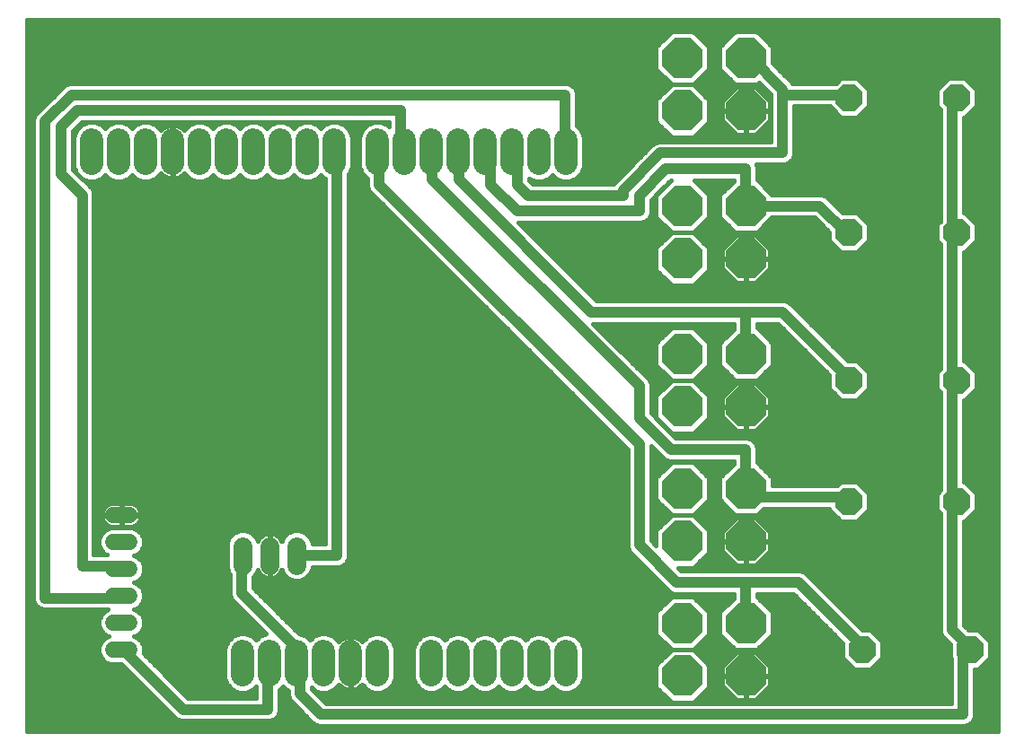
<source format=gbl>
G75*
%MOIN*%
%OFA0B0*%
%FSLAX25Y25*%
%IPPOS*%
%LPD*%
%AMOC8*
5,1,8,0,0,1.08239X$1,22.5*
%
%ADD10C,0.07000*%
%ADD11C,0.06000*%
%ADD12C,0.08600*%
%ADD13OC8,0.10000*%
%ADD14OC8,0.15000*%
%ADD15C,0.01600*%
%ADD16C,0.04000*%
D10*
X0135000Y0068300D02*
X0135000Y0075300D01*
X0145000Y0075300D02*
X0145000Y0068300D01*
X0155000Y0068300D02*
X0155000Y0075300D01*
D11*
X0093000Y0076800D02*
X0087000Y0076800D01*
X0087000Y0066800D02*
X0093000Y0066800D01*
X0093000Y0056800D02*
X0087000Y0056800D01*
X0087000Y0046800D02*
X0093000Y0046800D01*
X0093000Y0036800D02*
X0087000Y0036800D01*
X0087000Y0086800D02*
X0093000Y0086800D01*
D12*
X0135000Y0036100D02*
X0135000Y0027500D01*
X0145000Y0027500D02*
X0145000Y0036100D01*
X0155000Y0036100D02*
X0155000Y0027500D01*
X0165000Y0027500D02*
X0165000Y0036100D01*
X0175000Y0036100D02*
X0175000Y0027500D01*
X0185000Y0027500D02*
X0185000Y0036100D01*
X0205000Y0036100D02*
X0205000Y0027500D01*
X0215000Y0027500D02*
X0215000Y0036100D01*
X0225000Y0036100D02*
X0225000Y0027500D01*
X0235000Y0027500D02*
X0235000Y0036100D01*
X0245000Y0036100D02*
X0245000Y0027500D01*
X0255000Y0027500D02*
X0255000Y0036100D01*
X0255000Y0217500D02*
X0255000Y0226100D01*
X0245000Y0226100D02*
X0245000Y0217500D01*
X0235000Y0217500D02*
X0235000Y0226100D01*
X0225000Y0226100D02*
X0225000Y0217500D01*
X0215000Y0217500D02*
X0215000Y0226100D01*
X0205000Y0226100D02*
X0205000Y0217500D01*
X0195000Y0217500D02*
X0195000Y0226100D01*
X0185000Y0226100D02*
X0185000Y0217500D01*
X0169000Y0217500D02*
X0169000Y0226100D01*
X0159000Y0226100D02*
X0159000Y0217500D01*
X0149000Y0217500D02*
X0149000Y0226100D01*
X0139000Y0226100D02*
X0139000Y0217500D01*
X0129000Y0217500D02*
X0129000Y0226100D01*
X0119000Y0226100D02*
X0119000Y0217500D01*
X0109000Y0217500D02*
X0109000Y0226100D01*
X0099000Y0226100D02*
X0099000Y0217500D01*
X0089000Y0217500D02*
X0089000Y0226100D01*
X0079000Y0226100D02*
X0079000Y0217500D01*
D13*
X0360000Y0241800D03*
X0400000Y0241800D03*
X0400000Y0191800D03*
X0360000Y0191800D03*
X0360000Y0136800D03*
X0400000Y0136800D03*
X0400000Y0091800D03*
X0360000Y0091800D03*
X0365000Y0036800D03*
X0405000Y0036800D03*
D14*
X0321800Y0027000D03*
X0298200Y0027000D03*
X0298200Y0046600D03*
X0321800Y0046600D03*
X0321800Y0077000D03*
X0298200Y0077000D03*
X0298200Y0096600D03*
X0321800Y0096600D03*
X0321800Y0127000D03*
X0298200Y0127000D03*
X0298200Y0146600D03*
X0321800Y0146600D03*
X0321800Y0182000D03*
X0298200Y0182000D03*
X0298200Y0201600D03*
X0321800Y0201600D03*
X0321800Y0237000D03*
X0298200Y0237000D03*
X0298200Y0256600D03*
X0321800Y0256600D03*
D15*
X0054800Y0270701D02*
X0054800Y0006600D01*
X0415121Y0006600D01*
X0415121Y0270701D01*
X0054800Y0270701D01*
X0054800Y0269495D02*
X0415121Y0269495D01*
X0415121Y0267896D02*
X0054800Y0267896D01*
X0054800Y0266298D02*
X0294039Y0266298D01*
X0294141Y0266400D02*
X0288400Y0260659D01*
X0288400Y0252541D01*
X0294141Y0246800D01*
X0302259Y0246800D01*
X0308000Y0252541D01*
X0308000Y0260659D01*
X0302259Y0266400D01*
X0294141Y0266400D01*
X0292440Y0264699D02*
X0054800Y0264699D01*
X0054800Y0263101D02*
X0290841Y0263101D01*
X0289243Y0261502D02*
X0054800Y0261502D01*
X0054800Y0259904D02*
X0288400Y0259904D01*
X0288400Y0258305D02*
X0054800Y0258305D01*
X0054800Y0256707D02*
X0288400Y0256707D01*
X0288400Y0255108D02*
X0054800Y0255108D01*
X0054800Y0253510D02*
X0288400Y0253510D01*
X0289030Y0251911D02*
X0054800Y0251911D01*
X0054800Y0250313D02*
X0290628Y0250313D01*
X0292227Y0248714D02*
X0054800Y0248714D01*
X0054800Y0247116D02*
X0070281Y0247116D01*
X0070680Y0247281D02*
X0069100Y0246626D01*
X0067890Y0245417D01*
X0058048Y0235574D01*
X0057393Y0233994D01*
X0057393Y0055118D01*
X0058048Y0053537D01*
X0059257Y0052328D01*
X0060838Y0051673D01*
X0084916Y0051673D01*
X0083998Y0051293D01*
X0082507Y0049802D01*
X0081700Y0047854D01*
X0081700Y0045746D01*
X0082507Y0043798D01*
X0083998Y0042307D01*
X0085222Y0041800D01*
X0083998Y0041293D01*
X0082507Y0039802D01*
X0081700Y0037854D01*
X0081700Y0035746D01*
X0082507Y0033798D01*
X0083998Y0032307D01*
X0085946Y0031500D01*
X0089928Y0031500D01*
X0109229Y0012199D01*
X0110438Y0010989D01*
X0112019Y0010335D01*
X0145225Y0010335D01*
X0146806Y0010989D01*
X0148015Y0012199D01*
X0148670Y0013779D01*
X0148670Y0021876D01*
X0148739Y0021905D01*
X0150000Y0023166D01*
X0151261Y0021905D01*
X0151881Y0021648D01*
X0151881Y0019685D01*
X0152536Y0018104D01*
X0160410Y0010230D01*
X0161619Y0009021D01*
X0163200Y0008366D01*
X0403099Y0008366D01*
X0404680Y0009021D01*
X0405889Y0010230D01*
X0406544Y0011811D01*
X0406544Y0029500D01*
X0408024Y0029500D01*
X0412300Y0033776D01*
X0412300Y0039824D01*
X0408024Y0044100D01*
X0404450Y0044100D01*
X0402607Y0045943D01*
X0402607Y0084500D01*
X0403024Y0084500D01*
X0407300Y0088776D01*
X0407300Y0094824D01*
X0403024Y0099100D01*
X0402607Y0099100D01*
X0402607Y0129500D01*
X0403024Y0129500D01*
X0407300Y0133776D01*
X0407300Y0139824D01*
X0403024Y0144100D01*
X0402607Y0144100D01*
X0402607Y0184500D01*
X0403024Y0184500D01*
X0407300Y0188776D01*
X0407300Y0194824D01*
X0403024Y0199100D01*
X0402607Y0199100D01*
X0402607Y0234500D01*
X0403024Y0234500D01*
X0407300Y0238776D01*
X0407300Y0244824D01*
X0403024Y0249100D01*
X0396976Y0249100D01*
X0392700Y0244824D01*
X0392700Y0238776D01*
X0394007Y0237469D01*
X0394007Y0196131D01*
X0392700Y0194824D01*
X0392700Y0188776D01*
X0394007Y0187469D01*
X0394007Y0141131D01*
X0392700Y0139824D01*
X0392700Y0133776D01*
X0394007Y0132469D01*
X0394007Y0096131D01*
X0392700Y0094824D01*
X0392700Y0088776D01*
X0394007Y0087469D01*
X0394007Y0043307D01*
X0394662Y0041726D01*
X0395871Y0040517D01*
X0397700Y0038688D01*
X0397700Y0033776D01*
X0397944Y0033532D01*
X0397944Y0016966D01*
X0165836Y0016966D01*
X0160481Y0022321D01*
X0160481Y0022685D01*
X0161261Y0021905D01*
X0163687Y0020900D01*
X0166313Y0020900D01*
X0168739Y0021905D01*
X0170595Y0023761D01*
X0170667Y0023936D01*
X0170729Y0023852D01*
X0171352Y0023229D01*
X0172065Y0022710D01*
X0172850Y0022310D01*
X0173689Y0022038D01*
X0174559Y0021900D01*
X0174816Y0021900D01*
X0174816Y0031616D01*
X0175184Y0031616D01*
X0175184Y0021900D01*
X0175441Y0021900D01*
X0176311Y0022038D01*
X0177150Y0022310D01*
X0177935Y0022710D01*
X0178648Y0023229D01*
X0179271Y0023852D01*
X0179333Y0023936D01*
X0179405Y0023761D01*
X0181261Y0021905D01*
X0183687Y0020900D01*
X0186313Y0020900D01*
X0188739Y0021905D01*
X0190595Y0023761D01*
X0191600Y0026187D01*
X0191600Y0037413D01*
X0190595Y0039839D01*
X0188739Y0041695D01*
X0186313Y0042700D01*
X0183687Y0042700D01*
X0181261Y0041695D01*
X0179405Y0039839D01*
X0179333Y0039664D01*
X0179271Y0039748D01*
X0178648Y0040371D01*
X0177935Y0040890D01*
X0177150Y0041290D01*
X0176311Y0041562D01*
X0175441Y0041700D01*
X0175184Y0041700D01*
X0175184Y0031984D01*
X0174816Y0031984D01*
X0174816Y0041700D01*
X0174559Y0041700D01*
X0173689Y0041562D01*
X0172850Y0041290D01*
X0172065Y0040890D01*
X0171352Y0040371D01*
X0170729Y0039748D01*
X0170667Y0039664D01*
X0170595Y0039839D01*
X0168739Y0041695D01*
X0166313Y0042700D01*
X0163687Y0042700D01*
X0161261Y0041695D01*
X0160000Y0040434D01*
X0158739Y0041695D01*
X0156313Y0042700D01*
X0155850Y0042700D01*
X0138828Y0059723D01*
X0138828Y0063925D01*
X0139917Y0065015D01*
X0140535Y0066508D01*
X0140552Y0066457D01*
X0140895Y0065784D01*
X0141339Y0065173D01*
X0141873Y0064639D01*
X0142484Y0064195D01*
X0143157Y0063852D01*
X0143876Y0063618D01*
X0144622Y0063500D01*
X0144800Y0063500D01*
X0144800Y0071600D01*
X0145200Y0071600D01*
X0145200Y0063500D01*
X0145378Y0063500D01*
X0146124Y0063618D01*
X0146843Y0063852D01*
X0147516Y0064195D01*
X0148127Y0064639D01*
X0148661Y0065173D01*
X0149105Y0065784D01*
X0149448Y0066457D01*
X0149465Y0066508D01*
X0150083Y0065015D01*
X0151715Y0063383D01*
X0153846Y0062500D01*
X0156154Y0062500D01*
X0158285Y0063383D01*
X0159917Y0065015D01*
X0160800Y0067146D01*
X0160800Y0067421D01*
X0170816Y0067421D01*
X0172396Y0068076D01*
X0173606Y0069285D01*
X0174261Y0070866D01*
X0174261Y0213427D01*
X0174595Y0213761D01*
X0175600Y0216187D01*
X0175600Y0227413D01*
X0174595Y0229839D01*
X0172739Y0231695D01*
X0170313Y0232700D01*
X0167687Y0232700D01*
X0165261Y0231695D01*
X0164000Y0230434D01*
X0162739Y0231695D01*
X0160313Y0232700D01*
X0157687Y0232700D01*
X0155261Y0231695D01*
X0154000Y0230434D01*
X0152739Y0231695D01*
X0150313Y0232700D01*
X0147687Y0232700D01*
X0145261Y0231695D01*
X0144000Y0230434D01*
X0142739Y0231695D01*
X0140313Y0232700D01*
X0137687Y0232700D01*
X0135261Y0231695D01*
X0134000Y0230434D01*
X0132739Y0231695D01*
X0130313Y0232700D01*
X0127687Y0232700D01*
X0125261Y0231695D01*
X0124000Y0230434D01*
X0122739Y0231695D01*
X0120313Y0232700D01*
X0117687Y0232700D01*
X0115261Y0231695D01*
X0113405Y0229839D01*
X0113333Y0229664D01*
X0113271Y0229748D01*
X0112648Y0230371D01*
X0111935Y0230890D01*
X0111150Y0231290D01*
X0110311Y0231562D01*
X0109441Y0231700D01*
X0109184Y0231700D01*
X0109184Y0221984D01*
X0108816Y0221984D01*
X0108816Y0231700D01*
X0108559Y0231700D01*
X0107689Y0231562D01*
X0106850Y0231290D01*
X0106065Y0230890D01*
X0105352Y0230371D01*
X0104729Y0229748D01*
X0104667Y0229664D01*
X0104595Y0229839D01*
X0102739Y0231695D01*
X0100313Y0232700D01*
X0097687Y0232700D01*
X0095261Y0231695D01*
X0094000Y0230434D01*
X0092739Y0231695D01*
X0090313Y0232700D01*
X0087687Y0232700D01*
X0085261Y0231695D01*
X0084000Y0230434D01*
X0082739Y0231695D01*
X0080313Y0232700D01*
X0077687Y0232700D01*
X0075261Y0231695D01*
X0073405Y0229839D01*
X0072400Y0227413D01*
X0072400Y0216187D01*
X0073405Y0213761D01*
X0075261Y0211905D01*
X0077687Y0210900D01*
X0080313Y0210900D01*
X0082739Y0211905D01*
X0084000Y0213166D01*
X0085261Y0211905D01*
X0087687Y0210900D01*
X0090313Y0210900D01*
X0092739Y0211905D01*
X0094000Y0213166D01*
X0095261Y0211905D01*
X0097687Y0210900D01*
X0100313Y0210900D01*
X0102739Y0211905D01*
X0104595Y0213761D01*
X0104667Y0213936D01*
X0104729Y0213852D01*
X0105352Y0213229D01*
X0106065Y0212710D01*
X0106850Y0212310D01*
X0107689Y0212038D01*
X0108559Y0211900D01*
X0108816Y0211900D01*
X0108816Y0221616D01*
X0109184Y0221616D01*
X0109184Y0211900D01*
X0109441Y0211900D01*
X0110311Y0212038D01*
X0111150Y0212310D01*
X0111935Y0212710D01*
X0112648Y0213229D01*
X0113271Y0213852D01*
X0113333Y0213936D01*
X0113405Y0213761D01*
X0115261Y0211905D01*
X0117687Y0210900D01*
X0120313Y0210900D01*
X0122739Y0211905D01*
X0124000Y0213166D01*
X0125261Y0211905D01*
X0127687Y0210900D01*
X0130313Y0210900D01*
X0132739Y0211905D01*
X0134000Y0213166D01*
X0135261Y0211905D01*
X0137687Y0210900D01*
X0140313Y0210900D01*
X0142739Y0211905D01*
X0144000Y0213166D01*
X0145261Y0211905D01*
X0147687Y0210900D01*
X0150313Y0210900D01*
X0152739Y0211905D01*
X0154000Y0213166D01*
X0155261Y0211905D01*
X0157687Y0210900D01*
X0160313Y0210900D01*
X0162739Y0211905D01*
X0164000Y0213166D01*
X0165261Y0211905D01*
X0165661Y0211739D01*
X0165661Y0076021D01*
X0160800Y0076021D01*
X0160800Y0076454D01*
X0159917Y0078585D01*
X0158285Y0080217D01*
X0156154Y0081100D01*
X0153846Y0081100D01*
X0151715Y0080217D01*
X0150083Y0078585D01*
X0149465Y0077092D01*
X0149448Y0077143D01*
X0149105Y0077816D01*
X0148661Y0078427D01*
X0148127Y0078961D01*
X0147516Y0079405D01*
X0146843Y0079748D01*
X0146124Y0079982D01*
X0145378Y0080100D01*
X0145200Y0080100D01*
X0145200Y0072000D01*
X0144800Y0072000D01*
X0144800Y0080100D01*
X0144622Y0080100D01*
X0143876Y0079982D01*
X0143157Y0079748D01*
X0142484Y0079405D01*
X0141873Y0078961D01*
X0141339Y0078427D01*
X0140895Y0077816D01*
X0140552Y0077143D01*
X0140535Y0077092D01*
X0139917Y0078585D01*
X0138285Y0080217D01*
X0136154Y0081100D01*
X0133846Y0081100D01*
X0131715Y0080217D01*
X0130083Y0078585D01*
X0129200Y0076454D01*
X0129200Y0067146D01*
X0130083Y0065015D01*
X0130228Y0064870D01*
X0130228Y0057086D01*
X0130882Y0055506D01*
X0143688Y0042700D01*
X0143687Y0042700D01*
X0141261Y0041695D01*
X0140000Y0040434D01*
X0138739Y0041695D01*
X0136313Y0042700D01*
X0133687Y0042700D01*
X0131261Y0041695D01*
X0129405Y0039839D01*
X0128400Y0037413D01*
X0128400Y0026187D01*
X0129405Y0023761D01*
X0131261Y0021905D01*
X0133687Y0020900D01*
X0136313Y0020900D01*
X0138739Y0021905D01*
X0140000Y0023166D01*
X0140070Y0023096D01*
X0140070Y0018935D01*
X0114655Y0018935D01*
X0098166Y0035423D01*
X0098300Y0035746D01*
X0098300Y0037854D01*
X0097493Y0039802D01*
X0096002Y0041293D01*
X0094778Y0041800D01*
X0096002Y0042307D01*
X0097493Y0043798D01*
X0098300Y0045746D01*
X0098300Y0047854D01*
X0097493Y0049802D01*
X0096002Y0051293D01*
X0094778Y0051800D01*
X0096002Y0052307D01*
X0097493Y0053798D01*
X0098300Y0055746D01*
X0098300Y0057854D01*
X0097493Y0059802D01*
X0096002Y0061293D01*
X0094778Y0061800D01*
X0096002Y0062307D01*
X0097493Y0063798D01*
X0098300Y0065746D01*
X0098300Y0067854D01*
X0097493Y0069802D01*
X0096002Y0071293D01*
X0094778Y0071800D01*
X0096002Y0072307D01*
X0097493Y0073798D01*
X0098300Y0075746D01*
X0098300Y0077854D01*
X0097493Y0079802D01*
X0096002Y0081293D01*
X0094054Y0082100D01*
X0085946Y0082100D01*
X0083998Y0081293D01*
X0082507Y0079802D01*
X0081700Y0077854D01*
X0081700Y0075746D01*
X0082507Y0073798D01*
X0083998Y0072307D01*
X0084535Y0072084D01*
X0079772Y0072084D01*
X0079772Y0206435D01*
X0079118Y0208015D01*
X0071898Y0215235D01*
X0071898Y0229389D01*
X0075285Y0232776D01*
X0189283Y0232776D01*
X0189283Y0231151D01*
X0188739Y0231695D01*
X0186313Y0232700D01*
X0183687Y0232700D01*
X0181261Y0231695D01*
X0179405Y0229839D01*
X0178400Y0227413D01*
X0178400Y0216187D01*
X0179405Y0213761D01*
X0181261Y0211905D01*
X0181409Y0211844D01*
X0181409Y0208661D01*
X0182063Y0207081D01*
X0277865Y0111279D01*
X0277865Y0074803D01*
X0278520Y0073223D01*
X0292300Y0059443D01*
X0293509Y0058233D01*
X0295090Y0057579D01*
X0317235Y0057579D01*
X0317235Y0055895D01*
X0312000Y0050659D01*
X0312000Y0042541D01*
X0317741Y0036800D01*
X0325859Y0036800D01*
X0331600Y0042541D01*
X0331600Y0050659D01*
X0325859Y0056400D01*
X0325835Y0056400D01*
X0325835Y0057579D01*
X0339439Y0057579D01*
X0357700Y0039318D01*
X0357700Y0033776D01*
X0361976Y0029500D01*
X0368024Y0029500D01*
X0372300Y0033776D01*
X0372300Y0039824D01*
X0368024Y0044100D01*
X0365080Y0044100D01*
X0344866Y0064314D01*
X0343656Y0065524D01*
X0342076Y0066179D01*
X0297726Y0066179D01*
X0296705Y0067200D01*
X0302259Y0067200D01*
X0308000Y0072941D01*
X0308000Y0081059D01*
X0302259Y0086800D01*
X0294141Y0086800D01*
X0288400Y0081059D01*
X0288400Y0075505D01*
X0286465Y0077439D01*
X0286465Y0112521D01*
X0290331Y0108656D01*
X0291541Y0107446D01*
X0293121Y0106791D01*
X0317235Y0106791D01*
X0317235Y0105895D01*
X0312000Y0100659D01*
X0312000Y0092541D01*
X0317741Y0086800D01*
X0325859Y0086800D01*
X0328134Y0089075D01*
X0352700Y0089075D01*
X0352700Y0088776D01*
X0356976Y0084500D01*
X0363024Y0084500D01*
X0367300Y0088776D01*
X0367300Y0094824D01*
X0363024Y0099100D01*
X0356976Y0099100D01*
X0355551Y0097675D01*
X0331600Y0097675D01*
X0331600Y0100659D01*
X0325859Y0106400D01*
X0325835Y0106400D01*
X0325835Y0111947D01*
X0325181Y0113527D01*
X0323971Y0114737D01*
X0322391Y0115391D01*
X0295757Y0115391D01*
X0286465Y0124683D01*
X0286465Y0135569D01*
X0285811Y0137149D01*
X0284601Y0138359D01*
X0264987Y0157972D01*
X0317235Y0157972D01*
X0317235Y0155895D01*
X0312000Y0150659D01*
X0312000Y0142541D01*
X0317741Y0136800D01*
X0325859Y0136800D01*
X0331600Y0142541D01*
X0331600Y0150659D01*
X0325859Y0156400D01*
X0325835Y0156400D01*
X0325835Y0157972D01*
X0333534Y0157972D01*
X0352700Y0138806D01*
X0352700Y0133776D01*
X0356976Y0129500D01*
X0363024Y0129500D01*
X0367300Y0133776D01*
X0367300Y0139824D01*
X0363024Y0144100D01*
X0359569Y0144100D01*
X0338960Y0164708D01*
X0337751Y0165918D01*
X0336170Y0166572D01*
X0266230Y0166572D01*
X0237428Y0195374D01*
X0283021Y0195374D01*
X0284601Y0196029D01*
X0285811Y0197238D01*
X0286465Y0198819D01*
X0286465Y0203798D01*
X0293789Y0211122D01*
X0293863Y0211122D01*
X0288400Y0205659D01*
X0288400Y0197541D01*
X0294141Y0191800D01*
X0302259Y0191800D01*
X0308000Y0197541D01*
X0308000Y0205659D01*
X0302537Y0211122D01*
X0317235Y0211122D01*
X0317235Y0210895D01*
X0312000Y0205659D01*
X0312000Y0197541D01*
X0317741Y0191800D01*
X0325859Y0191800D01*
X0331402Y0197343D01*
X0347313Y0197343D01*
X0352700Y0191956D01*
X0352700Y0188776D01*
X0356976Y0184500D01*
X0363024Y0184500D01*
X0367300Y0188776D01*
X0367300Y0194824D01*
X0363024Y0199100D01*
X0357718Y0199100D01*
X0352740Y0204078D01*
X0351530Y0205288D01*
X0349950Y0205943D01*
X0331317Y0205943D01*
X0325859Y0211400D01*
X0325835Y0211400D01*
X0325835Y0216277D01*
X0325525Y0217028D01*
X0336170Y0217028D01*
X0337751Y0217682D01*
X0338960Y0218892D01*
X0339615Y0220472D01*
X0339615Y0238681D01*
X0352795Y0238681D01*
X0356976Y0234500D01*
X0363024Y0234500D01*
X0367300Y0238776D01*
X0367300Y0244824D01*
X0363024Y0249100D01*
X0356976Y0249100D01*
X0355157Y0247281D01*
X0339003Y0247281D01*
X0338960Y0247385D01*
X0331600Y0254746D01*
X0331600Y0260659D01*
X0325859Y0266400D01*
X0317741Y0266400D01*
X0312000Y0260659D01*
X0312000Y0252541D01*
X0317741Y0246800D01*
X0325859Y0246800D01*
X0326621Y0247562D01*
X0331015Y0243168D01*
X0331015Y0225628D01*
X0289184Y0225628D01*
X0287604Y0224973D01*
X0286394Y0223763D01*
X0272614Y0209984D01*
X0272571Y0209880D01*
X0242608Y0209880D01*
X0241190Y0211298D01*
X0241190Y0211976D01*
X0241261Y0211905D01*
X0243687Y0210900D01*
X0246313Y0210900D01*
X0248739Y0211905D01*
X0250000Y0213166D01*
X0251261Y0211905D01*
X0253687Y0210900D01*
X0256313Y0210900D01*
X0258739Y0211905D01*
X0260595Y0213761D01*
X0261600Y0216187D01*
X0261600Y0227413D01*
X0260595Y0229839D01*
X0258906Y0231528D01*
X0258906Y0243836D01*
X0258252Y0245417D01*
X0257042Y0246626D01*
X0255462Y0247281D01*
X0070680Y0247281D01*
X0067990Y0245517D02*
X0054800Y0245517D01*
X0054800Y0243919D02*
X0066392Y0243919D01*
X0064793Y0242320D02*
X0054800Y0242320D01*
X0054800Y0240722D02*
X0063195Y0240722D01*
X0061596Y0239123D02*
X0054800Y0239123D01*
X0054800Y0237525D02*
X0059998Y0237525D01*
X0058399Y0235926D02*
X0054800Y0235926D01*
X0054800Y0234328D02*
X0057531Y0234328D01*
X0057393Y0232729D02*
X0054800Y0232729D01*
X0054800Y0231131D02*
X0057393Y0231131D01*
X0057393Y0229532D02*
X0054800Y0229532D01*
X0054800Y0227934D02*
X0057393Y0227934D01*
X0057393Y0226335D02*
X0054800Y0226335D01*
X0054800Y0224737D02*
X0057393Y0224737D01*
X0057393Y0223138D02*
X0054800Y0223138D01*
X0054800Y0221539D02*
X0057393Y0221539D01*
X0057393Y0219941D02*
X0054800Y0219941D01*
X0054800Y0218342D02*
X0057393Y0218342D01*
X0057393Y0216744D02*
X0054800Y0216744D01*
X0054800Y0215145D02*
X0057393Y0215145D01*
X0057393Y0213547D02*
X0054800Y0213547D01*
X0054800Y0211948D02*
X0057393Y0211948D01*
X0057393Y0210350D02*
X0054800Y0210350D01*
X0054800Y0208751D02*
X0057393Y0208751D01*
X0057393Y0207153D02*
X0054800Y0207153D01*
X0054800Y0205554D02*
X0057393Y0205554D01*
X0057393Y0203956D02*
X0054800Y0203956D01*
X0054800Y0202357D02*
X0057393Y0202357D01*
X0057393Y0200759D02*
X0054800Y0200759D01*
X0054800Y0199160D02*
X0057393Y0199160D01*
X0057393Y0197562D02*
X0054800Y0197562D01*
X0054800Y0195963D02*
X0057393Y0195963D01*
X0057393Y0194365D02*
X0054800Y0194365D01*
X0054800Y0192766D02*
X0057393Y0192766D01*
X0057393Y0191168D02*
X0054800Y0191168D01*
X0054800Y0189569D02*
X0057393Y0189569D01*
X0057393Y0187971D02*
X0054800Y0187971D01*
X0054800Y0186372D02*
X0057393Y0186372D01*
X0057393Y0184774D02*
X0054800Y0184774D01*
X0054800Y0183175D02*
X0057393Y0183175D01*
X0057393Y0181577D02*
X0054800Y0181577D01*
X0054800Y0179978D02*
X0057393Y0179978D01*
X0057393Y0178380D02*
X0054800Y0178380D01*
X0054800Y0176781D02*
X0057393Y0176781D01*
X0057393Y0175183D02*
X0054800Y0175183D01*
X0054800Y0173584D02*
X0057393Y0173584D01*
X0057393Y0171986D02*
X0054800Y0171986D01*
X0054800Y0170387D02*
X0057393Y0170387D01*
X0057393Y0168789D02*
X0054800Y0168789D01*
X0054800Y0167190D02*
X0057393Y0167190D01*
X0057393Y0165592D02*
X0054800Y0165592D01*
X0054800Y0163993D02*
X0057393Y0163993D01*
X0057393Y0162395D02*
X0054800Y0162395D01*
X0054800Y0160796D02*
X0057393Y0160796D01*
X0057393Y0159198D02*
X0054800Y0159198D01*
X0054800Y0157599D02*
X0057393Y0157599D01*
X0057393Y0156001D02*
X0054800Y0156001D01*
X0054800Y0154402D02*
X0057393Y0154402D01*
X0057393Y0152803D02*
X0054800Y0152803D01*
X0054800Y0151205D02*
X0057393Y0151205D01*
X0057393Y0149606D02*
X0054800Y0149606D01*
X0054800Y0148008D02*
X0057393Y0148008D01*
X0057393Y0146409D02*
X0054800Y0146409D01*
X0054800Y0144811D02*
X0057393Y0144811D01*
X0057393Y0143212D02*
X0054800Y0143212D01*
X0054800Y0141614D02*
X0057393Y0141614D01*
X0057393Y0140015D02*
X0054800Y0140015D01*
X0054800Y0138417D02*
X0057393Y0138417D01*
X0057393Y0136818D02*
X0054800Y0136818D01*
X0054800Y0135220D02*
X0057393Y0135220D01*
X0057393Y0133621D02*
X0054800Y0133621D01*
X0054800Y0132023D02*
X0057393Y0132023D01*
X0057393Y0130424D02*
X0054800Y0130424D01*
X0054800Y0128826D02*
X0057393Y0128826D01*
X0057393Y0127227D02*
X0054800Y0127227D01*
X0054800Y0125629D02*
X0057393Y0125629D01*
X0057393Y0124030D02*
X0054800Y0124030D01*
X0054800Y0122432D02*
X0057393Y0122432D01*
X0057393Y0120833D02*
X0054800Y0120833D01*
X0054800Y0119235D02*
X0057393Y0119235D01*
X0057393Y0117636D02*
X0054800Y0117636D01*
X0054800Y0116038D02*
X0057393Y0116038D01*
X0057393Y0114439D02*
X0054800Y0114439D01*
X0054800Y0112841D02*
X0057393Y0112841D01*
X0057393Y0111242D02*
X0054800Y0111242D01*
X0054800Y0109644D02*
X0057393Y0109644D01*
X0057393Y0108045D02*
X0054800Y0108045D01*
X0054800Y0106447D02*
X0057393Y0106447D01*
X0057393Y0104848D02*
X0054800Y0104848D01*
X0054800Y0103250D02*
X0057393Y0103250D01*
X0057393Y0101651D02*
X0054800Y0101651D01*
X0054800Y0100053D02*
X0057393Y0100053D01*
X0057393Y0098454D02*
X0054800Y0098454D01*
X0054800Y0096856D02*
X0057393Y0096856D01*
X0057393Y0095257D02*
X0054800Y0095257D01*
X0054800Y0093659D02*
X0057393Y0093659D01*
X0057393Y0092060D02*
X0054800Y0092060D01*
X0054800Y0090462D02*
X0057393Y0090462D01*
X0057393Y0088863D02*
X0054800Y0088863D01*
X0054800Y0087265D02*
X0057393Y0087265D01*
X0057393Y0085666D02*
X0054800Y0085666D01*
X0054800Y0084068D02*
X0057393Y0084068D01*
X0057393Y0082469D02*
X0054800Y0082469D01*
X0054800Y0080870D02*
X0057393Y0080870D01*
X0057393Y0079272D02*
X0054800Y0079272D01*
X0054800Y0077673D02*
X0057393Y0077673D01*
X0057393Y0076075D02*
X0054800Y0076075D01*
X0054800Y0074476D02*
X0057393Y0074476D01*
X0057393Y0072878D02*
X0054800Y0072878D01*
X0054800Y0071279D02*
X0057393Y0071279D01*
X0057393Y0069681D02*
X0054800Y0069681D01*
X0054800Y0068082D02*
X0057393Y0068082D01*
X0057393Y0066484D02*
X0054800Y0066484D01*
X0054800Y0064885D02*
X0057393Y0064885D01*
X0057393Y0063287D02*
X0054800Y0063287D01*
X0054800Y0061688D02*
X0057393Y0061688D01*
X0057393Y0060090D02*
X0054800Y0060090D01*
X0054800Y0058491D02*
X0057393Y0058491D01*
X0057393Y0056893D02*
X0054800Y0056893D01*
X0054800Y0055294D02*
X0057393Y0055294D01*
X0057982Y0053696D02*
X0054800Y0053696D01*
X0054800Y0052097D02*
X0059814Y0052097D01*
X0054800Y0050499D02*
X0083203Y0050499D01*
X0082133Y0048900D02*
X0054800Y0048900D01*
X0054800Y0047302D02*
X0081700Y0047302D01*
X0081718Y0045703D02*
X0054800Y0045703D01*
X0054800Y0044105D02*
X0082380Y0044105D01*
X0083798Y0042506D02*
X0054800Y0042506D01*
X0054800Y0040908D02*
X0083612Y0040908D01*
X0082303Y0039309D02*
X0054800Y0039309D01*
X0054800Y0037711D02*
X0081700Y0037711D01*
X0081700Y0036112D02*
X0054800Y0036112D01*
X0054800Y0034514D02*
X0082210Y0034514D01*
X0083390Y0032915D02*
X0054800Y0032915D01*
X0054800Y0031317D02*
X0090111Y0031317D01*
X0091709Y0029718D02*
X0054800Y0029718D01*
X0054800Y0028120D02*
X0093308Y0028120D01*
X0094906Y0026521D02*
X0054800Y0026521D01*
X0054800Y0024923D02*
X0096505Y0024923D01*
X0098103Y0023324D02*
X0054800Y0023324D01*
X0054800Y0021726D02*
X0099702Y0021726D01*
X0101300Y0020127D02*
X0054800Y0020127D01*
X0054800Y0018529D02*
X0102899Y0018529D01*
X0104498Y0016930D02*
X0054800Y0016930D01*
X0054800Y0015332D02*
X0106096Y0015332D01*
X0107695Y0013733D02*
X0054800Y0013733D01*
X0054800Y0012134D02*
X0109293Y0012134D01*
X0111533Y0010536D02*
X0054800Y0010536D01*
X0054800Y0008937D02*
X0161820Y0008937D01*
X0160104Y0010536D02*
X0145711Y0010536D01*
X0147951Y0012134D02*
X0158506Y0012134D01*
X0156907Y0013733D02*
X0148651Y0013733D01*
X0148670Y0015332D02*
X0155309Y0015332D01*
X0153710Y0016930D02*
X0148670Y0016930D01*
X0148670Y0018529D02*
X0152360Y0018529D01*
X0151881Y0020127D02*
X0148670Y0020127D01*
X0148670Y0021726D02*
X0151694Y0021726D01*
X0140070Y0021726D02*
X0138306Y0021726D01*
X0140070Y0020127D02*
X0113463Y0020127D01*
X0111864Y0021726D02*
X0131694Y0021726D01*
X0129842Y0023324D02*
X0110266Y0023324D01*
X0108667Y0024923D02*
X0128924Y0024923D01*
X0128400Y0026521D02*
X0107069Y0026521D01*
X0105470Y0028120D02*
X0128400Y0028120D01*
X0128400Y0029718D02*
X0103872Y0029718D01*
X0102273Y0031317D02*
X0128400Y0031317D01*
X0128400Y0032915D02*
X0100675Y0032915D01*
X0099076Y0034514D02*
X0128400Y0034514D01*
X0128400Y0036112D02*
X0098300Y0036112D01*
X0098300Y0037711D02*
X0128523Y0037711D01*
X0129186Y0039309D02*
X0097697Y0039309D01*
X0096388Y0040908D02*
X0130474Y0040908D01*
X0133219Y0042506D02*
X0096202Y0042506D01*
X0097620Y0044105D02*
X0142283Y0044105D01*
X0143219Y0042506D02*
X0136781Y0042506D01*
X0139526Y0040908D02*
X0140474Y0040908D01*
X0140685Y0045703D02*
X0098282Y0045703D01*
X0098300Y0047302D02*
X0139086Y0047302D01*
X0137488Y0048900D02*
X0097867Y0048900D01*
X0096797Y0050499D02*
X0135889Y0050499D01*
X0134291Y0052097D02*
X0095496Y0052097D01*
X0097391Y0053696D02*
X0132692Y0053696D01*
X0131094Y0055294D02*
X0098113Y0055294D01*
X0098300Y0056893D02*
X0130308Y0056893D01*
X0130228Y0058491D02*
X0098036Y0058491D01*
X0097205Y0060090D02*
X0130228Y0060090D01*
X0130228Y0061688D02*
X0095048Y0061688D01*
X0096982Y0063287D02*
X0130228Y0063287D01*
X0130212Y0064885D02*
X0097944Y0064885D01*
X0098300Y0066484D02*
X0129474Y0066484D01*
X0129200Y0068082D02*
X0098205Y0068082D01*
X0097543Y0069681D02*
X0129200Y0069681D01*
X0129200Y0071279D02*
X0096016Y0071279D01*
X0096573Y0072878D02*
X0129200Y0072878D01*
X0129200Y0074476D02*
X0097774Y0074476D01*
X0098300Y0076075D02*
X0129200Y0076075D01*
X0129705Y0077673D02*
X0098300Y0077673D01*
X0097713Y0079272D02*
X0130770Y0079272D01*
X0133292Y0080870D02*
X0096425Y0080870D01*
X0095254Y0083122D02*
X0095801Y0083520D01*
X0096280Y0083999D01*
X0096678Y0084546D01*
X0096985Y0085149D01*
X0097194Y0085793D01*
X0097300Y0086462D01*
X0097300Y0086600D01*
X0090200Y0086600D01*
X0090200Y0087000D01*
X0089800Y0087000D01*
X0089800Y0091100D01*
X0086662Y0091100D01*
X0085993Y0090994D01*
X0085349Y0090785D01*
X0084746Y0090478D01*
X0084199Y0090080D01*
X0083720Y0089601D01*
X0083322Y0089054D01*
X0083015Y0088451D01*
X0082806Y0087807D01*
X0082700Y0087138D01*
X0082700Y0087000D01*
X0089800Y0087000D01*
X0089800Y0086600D01*
X0090200Y0086600D01*
X0090200Y0082500D01*
X0093338Y0082500D01*
X0094007Y0082606D01*
X0094651Y0082815D01*
X0095254Y0083122D01*
X0096330Y0084068D02*
X0165661Y0084068D01*
X0165661Y0085666D02*
X0097153Y0085666D01*
X0097300Y0087000D02*
X0097300Y0087138D01*
X0097194Y0087807D01*
X0096985Y0088451D01*
X0096678Y0089054D01*
X0096280Y0089601D01*
X0095801Y0090080D01*
X0095254Y0090478D01*
X0094651Y0090785D01*
X0094007Y0090994D01*
X0093338Y0091100D01*
X0090200Y0091100D01*
X0090200Y0087000D01*
X0097300Y0087000D01*
X0097280Y0087265D02*
X0165661Y0087265D01*
X0165661Y0088863D02*
X0096775Y0088863D01*
X0095276Y0090462D02*
X0165661Y0090462D01*
X0165661Y0092060D02*
X0079772Y0092060D01*
X0079772Y0090462D02*
X0084724Y0090462D01*
X0083225Y0088863D02*
X0079772Y0088863D01*
X0079772Y0087265D02*
X0082720Y0087265D01*
X0082700Y0086600D02*
X0082700Y0086462D01*
X0082806Y0085793D01*
X0083015Y0085149D01*
X0083322Y0084546D01*
X0083720Y0083999D01*
X0084199Y0083520D01*
X0084746Y0083122D01*
X0085349Y0082815D01*
X0085993Y0082606D01*
X0086662Y0082500D01*
X0089800Y0082500D01*
X0089800Y0086600D01*
X0082700Y0086600D01*
X0082847Y0085666D02*
X0079772Y0085666D01*
X0079772Y0084068D02*
X0083670Y0084068D01*
X0083575Y0080870D02*
X0079772Y0080870D01*
X0079772Y0079272D02*
X0082287Y0079272D01*
X0081700Y0077673D02*
X0079772Y0077673D01*
X0079772Y0076075D02*
X0081700Y0076075D01*
X0082226Y0074476D02*
X0079772Y0074476D01*
X0079772Y0072878D02*
X0083427Y0072878D01*
X0079772Y0082469D02*
X0165661Y0082469D01*
X0165661Y0080870D02*
X0156708Y0080870D01*
X0159230Y0079272D02*
X0165661Y0079272D01*
X0165661Y0077673D02*
X0160295Y0077673D01*
X0160800Y0076075D02*
X0165661Y0076075D01*
X0174261Y0076075D02*
X0277865Y0076075D01*
X0277865Y0077673D02*
X0174261Y0077673D01*
X0174261Y0079272D02*
X0277865Y0079272D01*
X0277865Y0080870D02*
X0174261Y0080870D01*
X0174261Y0082469D02*
X0277865Y0082469D01*
X0277865Y0084068D02*
X0174261Y0084068D01*
X0174261Y0085666D02*
X0277865Y0085666D01*
X0277865Y0087265D02*
X0174261Y0087265D01*
X0174261Y0088863D02*
X0277865Y0088863D01*
X0277865Y0090462D02*
X0174261Y0090462D01*
X0174261Y0092060D02*
X0277865Y0092060D01*
X0277865Y0093659D02*
X0174261Y0093659D01*
X0174261Y0095257D02*
X0277865Y0095257D01*
X0277865Y0096856D02*
X0174261Y0096856D01*
X0174261Y0098454D02*
X0277865Y0098454D01*
X0277865Y0100053D02*
X0174261Y0100053D01*
X0174261Y0101651D02*
X0277865Y0101651D01*
X0277865Y0103250D02*
X0174261Y0103250D01*
X0174261Y0104848D02*
X0277865Y0104848D01*
X0277865Y0106447D02*
X0174261Y0106447D01*
X0174261Y0108045D02*
X0277865Y0108045D01*
X0277865Y0109644D02*
X0174261Y0109644D01*
X0174261Y0111242D02*
X0277865Y0111242D01*
X0276303Y0112841D02*
X0174261Y0112841D01*
X0174261Y0114439D02*
X0274705Y0114439D01*
X0273106Y0116038D02*
X0174261Y0116038D01*
X0174261Y0117636D02*
X0271508Y0117636D01*
X0269909Y0119235D02*
X0174261Y0119235D01*
X0174261Y0120833D02*
X0268311Y0120833D01*
X0266712Y0122432D02*
X0174261Y0122432D01*
X0174261Y0124030D02*
X0265114Y0124030D01*
X0263515Y0125629D02*
X0174261Y0125629D01*
X0174261Y0127227D02*
X0261917Y0127227D01*
X0260318Y0128826D02*
X0174261Y0128826D01*
X0174261Y0130424D02*
X0258720Y0130424D01*
X0257121Y0132023D02*
X0174261Y0132023D01*
X0174261Y0133621D02*
X0255523Y0133621D01*
X0253924Y0135220D02*
X0174261Y0135220D01*
X0174261Y0136818D02*
X0252326Y0136818D01*
X0250727Y0138417D02*
X0174261Y0138417D01*
X0174261Y0140015D02*
X0249129Y0140015D01*
X0247530Y0141614D02*
X0174261Y0141614D01*
X0174261Y0143212D02*
X0245932Y0143212D01*
X0244333Y0144811D02*
X0174261Y0144811D01*
X0174261Y0146409D02*
X0242735Y0146409D01*
X0241136Y0148008D02*
X0174261Y0148008D01*
X0174261Y0149606D02*
X0239538Y0149606D01*
X0237939Y0151205D02*
X0174261Y0151205D01*
X0174261Y0152803D02*
X0236341Y0152803D01*
X0234742Y0154402D02*
X0174261Y0154402D01*
X0174261Y0156001D02*
X0233144Y0156001D01*
X0231545Y0157599D02*
X0174261Y0157599D01*
X0174261Y0159198D02*
X0229947Y0159198D01*
X0228348Y0160796D02*
X0174261Y0160796D01*
X0174261Y0162395D02*
X0226750Y0162395D01*
X0225151Y0163993D02*
X0174261Y0163993D01*
X0174261Y0165592D02*
X0223552Y0165592D01*
X0221954Y0167190D02*
X0174261Y0167190D01*
X0174261Y0168789D02*
X0220355Y0168789D01*
X0218757Y0170387D02*
X0174261Y0170387D01*
X0174261Y0171986D02*
X0217158Y0171986D01*
X0215560Y0173584D02*
X0174261Y0173584D01*
X0174261Y0175183D02*
X0213961Y0175183D01*
X0212363Y0176781D02*
X0174261Y0176781D01*
X0174261Y0178380D02*
X0210764Y0178380D01*
X0209166Y0179978D02*
X0174261Y0179978D01*
X0174261Y0181577D02*
X0207567Y0181577D01*
X0205969Y0183175D02*
X0174261Y0183175D01*
X0174261Y0184774D02*
X0204370Y0184774D01*
X0202772Y0186372D02*
X0174261Y0186372D01*
X0174261Y0187971D02*
X0201173Y0187971D01*
X0199575Y0189569D02*
X0174261Y0189569D01*
X0174261Y0191168D02*
X0197976Y0191168D01*
X0196378Y0192766D02*
X0174261Y0192766D01*
X0174261Y0194365D02*
X0194779Y0194365D01*
X0193181Y0195963D02*
X0174261Y0195963D01*
X0174261Y0197562D02*
X0191582Y0197562D01*
X0189984Y0199160D02*
X0174261Y0199160D01*
X0174261Y0200759D02*
X0188385Y0200759D01*
X0186787Y0202357D02*
X0174261Y0202357D01*
X0174261Y0203956D02*
X0185188Y0203956D01*
X0183590Y0205554D02*
X0174261Y0205554D01*
X0174261Y0207153D02*
X0182033Y0207153D01*
X0181409Y0208751D02*
X0174261Y0208751D01*
X0174261Y0210350D02*
X0181409Y0210350D01*
X0181218Y0211948D02*
X0174261Y0211948D01*
X0174381Y0213547D02*
X0179619Y0213547D01*
X0178831Y0215145D02*
X0175168Y0215145D01*
X0175600Y0216744D02*
X0178400Y0216744D01*
X0178400Y0218342D02*
X0175600Y0218342D01*
X0175600Y0219941D02*
X0178400Y0219941D01*
X0178400Y0221539D02*
X0175600Y0221539D01*
X0175600Y0223138D02*
X0178400Y0223138D01*
X0178400Y0224737D02*
X0175600Y0224737D01*
X0175600Y0226335D02*
X0178400Y0226335D01*
X0178616Y0227934D02*
X0175384Y0227934D01*
X0174722Y0229532D02*
X0179278Y0229532D01*
X0180697Y0231131D02*
X0173303Y0231131D01*
X0164697Y0231131D02*
X0163303Y0231131D01*
X0154697Y0231131D02*
X0153303Y0231131D01*
X0144697Y0231131D02*
X0143303Y0231131D01*
X0134697Y0231131D02*
X0133303Y0231131D01*
X0124697Y0231131D02*
X0123303Y0231131D01*
X0114697Y0231131D02*
X0111462Y0231131D01*
X0109184Y0231131D02*
X0108816Y0231131D01*
X0108816Y0229532D02*
X0109184Y0229532D01*
X0109184Y0227934D02*
X0108816Y0227934D01*
X0108816Y0226335D02*
X0109184Y0226335D01*
X0109184Y0224737D02*
X0108816Y0224737D01*
X0108816Y0223138D02*
X0109184Y0223138D01*
X0109184Y0221539D02*
X0108816Y0221539D01*
X0108816Y0219941D02*
X0109184Y0219941D01*
X0109184Y0218342D02*
X0108816Y0218342D01*
X0108816Y0216744D02*
X0109184Y0216744D01*
X0109184Y0215145D02*
X0108816Y0215145D01*
X0108816Y0213547D02*
X0109184Y0213547D01*
X0109184Y0211948D02*
X0108816Y0211948D01*
X0108254Y0211948D02*
X0102782Y0211948D01*
X0104381Y0213547D02*
X0105033Y0213547D01*
X0109746Y0211948D02*
X0115218Y0211948D01*
X0113619Y0213547D02*
X0112967Y0213547D01*
X0122782Y0211948D02*
X0125218Y0211948D01*
X0132782Y0211948D02*
X0135218Y0211948D01*
X0142782Y0211948D02*
X0145218Y0211948D01*
X0152782Y0211948D02*
X0155218Y0211948D01*
X0162782Y0211948D02*
X0165218Y0211948D01*
X0165661Y0210350D02*
X0076783Y0210350D01*
X0075218Y0211948D02*
X0075185Y0211948D01*
X0073619Y0213547D02*
X0073586Y0213547D01*
X0072831Y0215145D02*
X0071988Y0215145D01*
X0071898Y0216744D02*
X0072400Y0216744D01*
X0072400Y0218342D02*
X0071898Y0218342D01*
X0071898Y0219941D02*
X0072400Y0219941D01*
X0072400Y0221539D02*
X0071898Y0221539D01*
X0071898Y0223138D02*
X0072400Y0223138D01*
X0072400Y0224737D02*
X0071898Y0224737D01*
X0071898Y0226335D02*
X0072400Y0226335D01*
X0072616Y0227934D02*
X0071898Y0227934D01*
X0072041Y0229532D02*
X0073278Y0229532D01*
X0073640Y0231131D02*
X0074697Y0231131D01*
X0075239Y0232729D02*
X0189283Y0232729D01*
X0165661Y0208751D02*
X0078382Y0208751D01*
X0079475Y0207153D02*
X0165661Y0207153D01*
X0165661Y0205554D02*
X0079772Y0205554D01*
X0079772Y0203956D02*
X0165661Y0203956D01*
X0165661Y0202357D02*
X0079772Y0202357D01*
X0079772Y0200759D02*
X0165661Y0200759D01*
X0165661Y0199160D02*
X0079772Y0199160D01*
X0079772Y0197562D02*
X0165661Y0197562D01*
X0165661Y0195963D02*
X0079772Y0195963D01*
X0079772Y0194365D02*
X0165661Y0194365D01*
X0165661Y0192766D02*
X0079772Y0192766D01*
X0079772Y0191168D02*
X0165661Y0191168D01*
X0165661Y0189569D02*
X0079772Y0189569D01*
X0079772Y0187971D02*
X0165661Y0187971D01*
X0165661Y0186372D02*
X0079772Y0186372D01*
X0079772Y0184774D02*
X0165661Y0184774D01*
X0165661Y0183175D02*
X0079772Y0183175D01*
X0079772Y0181577D02*
X0165661Y0181577D01*
X0165661Y0179978D02*
X0079772Y0179978D01*
X0079772Y0178380D02*
X0165661Y0178380D01*
X0165661Y0176781D02*
X0079772Y0176781D01*
X0079772Y0175183D02*
X0165661Y0175183D01*
X0165661Y0173584D02*
X0079772Y0173584D01*
X0079772Y0171986D02*
X0165661Y0171986D01*
X0165661Y0170387D02*
X0079772Y0170387D01*
X0079772Y0168789D02*
X0165661Y0168789D01*
X0165661Y0167190D02*
X0079772Y0167190D01*
X0079772Y0165592D02*
X0165661Y0165592D01*
X0165661Y0163993D02*
X0079772Y0163993D01*
X0079772Y0162395D02*
X0165661Y0162395D01*
X0165661Y0160796D02*
X0079772Y0160796D01*
X0079772Y0159198D02*
X0165661Y0159198D01*
X0165661Y0157599D02*
X0079772Y0157599D01*
X0079772Y0156001D02*
X0165661Y0156001D01*
X0165661Y0154402D02*
X0079772Y0154402D01*
X0079772Y0152803D02*
X0165661Y0152803D01*
X0165661Y0151205D02*
X0079772Y0151205D01*
X0079772Y0149606D02*
X0165661Y0149606D01*
X0165661Y0148008D02*
X0079772Y0148008D01*
X0079772Y0146409D02*
X0165661Y0146409D01*
X0165661Y0144811D02*
X0079772Y0144811D01*
X0079772Y0143212D02*
X0165661Y0143212D01*
X0165661Y0141614D02*
X0079772Y0141614D01*
X0079772Y0140015D02*
X0165661Y0140015D01*
X0165661Y0138417D02*
X0079772Y0138417D01*
X0079772Y0136818D02*
X0165661Y0136818D01*
X0165661Y0135220D02*
X0079772Y0135220D01*
X0079772Y0133621D02*
X0165661Y0133621D01*
X0165661Y0132023D02*
X0079772Y0132023D01*
X0079772Y0130424D02*
X0165661Y0130424D01*
X0165661Y0128826D02*
X0079772Y0128826D01*
X0079772Y0127227D02*
X0165661Y0127227D01*
X0165661Y0125629D02*
X0079772Y0125629D01*
X0079772Y0124030D02*
X0165661Y0124030D01*
X0165661Y0122432D02*
X0079772Y0122432D01*
X0079772Y0120833D02*
X0165661Y0120833D01*
X0165661Y0119235D02*
X0079772Y0119235D01*
X0079772Y0117636D02*
X0165661Y0117636D01*
X0165661Y0116038D02*
X0079772Y0116038D01*
X0079772Y0114439D02*
X0165661Y0114439D01*
X0165661Y0112841D02*
X0079772Y0112841D01*
X0079772Y0111242D02*
X0165661Y0111242D01*
X0165661Y0109644D02*
X0079772Y0109644D01*
X0079772Y0108045D02*
X0165661Y0108045D01*
X0165661Y0106447D02*
X0079772Y0106447D01*
X0079772Y0104848D02*
X0165661Y0104848D01*
X0165661Y0103250D02*
X0079772Y0103250D01*
X0079772Y0101651D02*
X0165661Y0101651D01*
X0165661Y0100053D02*
X0079772Y0100053D01*
X0079772Y0098454D02*
X0165661Y0098454D01*
X0165661Y0096856D02*
X0079772Y0096856D01*
X0079772Y0095257D02*
X0165661Y0095257D01*
X0165661Y0093659D02*
X0079772Y0093659D01*
X0089800Y0090462D02*
X0090200Y0090462D01*
X0090200Y0088863D02*
X0089800Y0088863D01*
X0089800Y0087265D02*
X0090200Y0087265D01*
X0090200Y0085666D02*
X0089800Y0085666D01*
X0089800Y0084068D02*
X0090200Y0084068D01*
X0136708Y0080870D02*
X0153292Y0080870D01*
X0150770Y0079272D02*
X0147699Y0079272D01*
X0149178Y0077673D02*
X0149705Y0077673D01*
X0145200Y0077673D02*
X0144800Y0077673D01*
X0144800Y0076075D02*
X0145200Y0076075D01*
X0145200Y0074476D02*
X0144800Y0074476D01*
X0144800Y0072878D02*
X0145200Y0072878D01*
X0145200Y0071279D02*
X0144800Y0071279D01*
X0144800Y0069681D02*
X0145200Y0069681D01*
X0145200Y0068082D02*
X0144800Y0068082D01*
X0144800Y0066484D02*
X0145200Y0066484D01*
X0145200Y0064885D02*
X0144800Y0064885D01*
X0141626Y0064885D02*
X0139788Y0064885D01*
X0140526Y0066484D02*
X0140543Y0066484D01*
X0138828Y0063287D02*
X0151947Y0063287D01*
X0150212Y0064885D02*
X0148374Y0064885D01*
X0149457Y0066484D02*
X0149474Y0066484D01*
X0158053Y0063287D02*
X0288456Y0063287D01*
X0290054Y0061688D02*
X0138828Y0061688D01*
X0138828Y0060090D02*
X0291653Y0060090D01*
X0293251Y0058491D02*
X0140059Y0058491D01*
X0141658Y0056893D02*
X0317235Y0056893D01*
X0316635Y0055294D02*
X0303365Y0055294D01*
X0302259Y0056400D02*
X0294141Y0056400D01*
X0288400Y0050659D01*
X0288400Y0042541D01*
X0294141Y0036800D01*
X0302259Y0036800D01*
X0308000Y0042541D01*
X0308000Y0050659D01*
X0302259Y0056400D01*
X0304963Y0053696D02*
X0315037Y0053696D01*
X0313438Y0052097D02*
X0306562Y0052097D01*
X0308000Y0050499D02*
X0312000Y0050499D01*
X0312000Y0048900D02*
X0308000Y0048900D01*
X0308000Y0047302D02*
X0312000Y0047302D01*
X0312000Y0045703D02*
X0308000Y0045703D01*
X0308000Y0044105D02*
X0312000Y0044105D01*
X0312034Y0042506D02*
X0307965Y0042506D01*
X0306367Y0040908D02*
X0313633Y0040908D01*
X0315232Y0039309D02*
X0304768Y0039309D01*
X0303170Y0037711D02*
X0316830Y0037711D01*
X0318155Y0035800D02*
X0313000Y0030645D01*
X0313000Y0027184D01*
X0321616Y0027184D01*
X0321616Y0026816D01*
X0321984Y0026816D01*
X0321984Y0018200D01*
X0325445Y0018200D01*
X0330600Y0023355D01*
X0330600Y0026816D01*
X0321984Y0026816D01*
X0321984Y0027184D01*
X0330600Y0027184D01*
X0330600Y0030645D01*
X0325445Y0035800D01*
X0321984Y0035800D01*
X0321984Y0027184D01*
X0321616Y0027184D01*
X0321616Y0035800D01*
X0318155Y0035800D01*
X0316869Y0034514D02*
X0304546Y0034514D01*
X0306144Y0032915D02*
X0315270Y0032915D01*
X0313672Y0031317D02*
X0307743Y0031317D01*
X0308000Y0031059D02*
X0302259Y0036800D01*
X0294141Y0036800D01*
X0288400Y0031059D01*
X0288400Y0022941D01*
X0294141Y0017200D01*
X0302259Y0017200D01*
X0308000Y0022941D01*
X0308000Y0031059D01*
X0308000Y0029718D02*
X0313000Y0029718D01*
X0313000Y0028120D02*
X0308000Y0028120D01*
X0308000Y0026521D02*
X0313000Y0026521D01*
X0313000Y0026816D02*
X0313000Y0023355D01*
X0318155Y0018200D01*
X0321616Y0018200D01*
X0321616Y0026816D01*
X0313000Y0026816D01*
X0313000Y0024923D02*
X0308000Y0024923D01*
X0308000Y0023324D02*
X0313031Y0023324D01*
X0314629Y0021726D02*
X0306785Y0021726D01*
X0305186Y0020127D02*
X0316228Y0020127D01*
X0317826Y0018529D02*
X0303588Y0018529D01*
X0292812Y0018529D02*
X0164274Y0018529D01*
X0162675Y0020127D02*
X0291214Y0020127D01*
X0289615Y0021726D02*
X0258306Y0021726D01*
X0258739Y0021905D02*
X0260595Y0023761D01*
X0261600Y0026187D01*
X0261600Y0037413D01*
X0260595Y0039839D01*
X0258739Y0041695D01*
X0256313Y0042700D01*
X0253687Y0042700D01*
X0251261Y0041695D01*
X0250000Y0040434D01*
X0248739Y0041695D01*
X0246313Y0042700D01*
X0243687Y0042700D01*
X0241261Y0041695D01*
X0240000Y0040434D01*
X0238739Y0041695D01*
X0236313Y0042700D01*
X0233687Y0042700D01*
X0231261Y0041695D01*
X0230000Y0040434D01*
X0228739Y0041695D01*
X0226313Y0042700D01*
X0223687Y0042700D01*
X0221261Y0041695D01*
X0220000Y0040434D01*
X0218739Y0041695D01*
X0216313Y0042700D01*
X0213687Y0042700D01*
X0211261Y0041695D01*
X0210000Y0040434D01*
X0208739Y0041695D01*
X0206313Y0042700D01*
X0203687Y0042700D01*
X0201261Y0041695D01*
X0199405Y0039839D01*
X0198400Y0037413D01*
X0198400Y0026187D01*
X0199405Y0023761D01*
X0201261Y0021905D01*
X0203687Y0020900D01*
X0206313Y0020900D01*
X0208739Y0021905D01*
X0210000Y0023166D01*
X0211261Y0021905D01*
X0213687Y0020900D01*
X0216313Y0020900D01*
X0218739Y0021905D01*
X0220000Y0023166D01*
X0221261Y0021905D01*
X0223687Y0020900D01*
X0226313Y0020900D01*
X0228739Y0021905D01*
X0230000Y0023166D01*
X0231261Y0021905D01*
X0233687Y0020900D01*
X0236313Y0020900D01*
X0238739Y0021905D01*
X0240000Y0023166D01*
X0241261Y0021905D01*
X0243687Y0020900D01*
X0246313Y0020900D01*
X0248739Y0021905D01*
X0250000Y0023166D01*
X0251261Y0021905D01*
X0253687Y0020900D01*
X0256313Y0020900D01*
X0258739Y0021905D01*
X0260158Y0023324D02*
X0288400Y0023324D01*
X0288400Y0024923D02*
X0261076Y0024923D01*
X0261600Y0026521D02*
X0288400Y0026521D01*
X0288400Y0028120D02*
X0261600Y0028120D01*
X0261600Y0029718D02*
X0288400Y0029718D01*
X0288657Y0031317D02*
X0261600Y0031317D01*
X0261600Y0032915D02*
X0290256Y0032915D01*
X0291854Y0034514D02*
X0261600Y0034514D01*
X0261600Y0036112D02*
X0293453Y0036112D01*
X0293230Y0037711D02*
X0261477Y0037711D01*
X0260814Y0039309D02*
X0291632Y0039309D01*
X0290033Y0040908D02*
X0259526Y0040908D01*
X0256781Y0042506D02*
X0288434Y0042506D01*
X0288400Y0044105D02*
X0154446Y0044105D01*
X0152847Y0045703D02*
X0288400Y0045703D01*
X0288400Y0047302D02*
X0151249Y0047302D01*
X0149650Y0048900D02*
X0288400Y0048900D01*
X0288400Y0050499D02*
X0148052Y0050499D01*
X0146453Y0052097D02*
X0289838Y0052097D01*
X0291437Y0053696D02*
X0144855Y0053696D01*
X0143256Y0055294D02*
X0293035Y0055294D01*
X0286857Y0064885D02*
X0159788Y0064885D01*
X0160526Y0066484D02*
X0285259Y0066484D01*
X0283660Y0068082D02*
X0172403Y0068082D01*
X0173770Y0069681D02*
X0282062Y0069681D01*
X0280463Y0071279D02*
X0174261Y0071279D01*
X0174261Y0072878D02*
X0278865Y0072878D01*
X0278001Y0074476D02*
X0174261Y0074476D01*
X0145200Y0079272D02*
X0144800Y0079272D01*
X0142301Y0079272D02*
X0139230Y0079272D01*
X0140295Y0077673D02*
X0140822Y0077673D01*
X0156781Y0042506D02*
X0163219Y0042506D01*
X0160474Y0040908D02*
X0159526Y0040908D01*
X0166781Y0042506D02*
X0183219Y0042506D01*
X0180474Y0040908D02*
X0177899Y0040908D01*
X0175184Y0040908D02*
X0174816Y0040908D01*
X0174816Y0039309D02*
X0175184Y0039309D01*
X0175184Y0037711D02*
X0174816Y0037711D01*
X0174816Y0036112D02*
X0175184Y0036112D01*
X0175184Y0034514D02*
X0174816Y0034514D01*
X0174816Y0032915D02*
X0175184Y0032915D01*
X0175184Y0031317D02*
X0174816Y0031317D01*
X0174816Y0029718D02*
X0175184Y0029718D01*
X0175184Y0028120D02*
X0174816Y0028120D01*
X0174816Y0026521D02*
X0175184Y0026521D01*
X0175184Y0024923D02*
X0174816Y0024923D01*
X0174816Y0023324D02*
X0175184Y0023324D01*
X0178744Y0023324D02*
X0179842Y0023324D01*
X0181694Y0021726D02*
X0168306Y0021726D01*
X0170158Y0023324D02*
X0171256Y0023324D01*
X0161694Y0021726D02*
X0161077Y0021726D01*
X0188306Y0021726D02*
X0201694Y0021726D01*
X0199842Y0023324D02*
X0190158Y0023324D01*
X0191076Y0024923D02*
X0198924Y0024923D01*
X0198400Y0026521D02*
X0191600Y0026521D01*
X0191600Y0028120D02*
X0198400Y0028120D01*
X0198400Y0029718D02*
X0191600Y0029718D01*
X0191600Y0031317D02*
X0198400Y0031317D01*
X0198400Y0032915D02*
X0191600Y0032915D01*
X0191600Y0034514D02*
X0198400Y0034514D01*
X0198400Y0036112D02*
X0191600Y0036112D01*
X0191477Y0037711D02*
X0198523Y0037711D01*
X0199186Y0039309D02*
X0190814Y0039309D01*
X0189526Y0040908D02*
X0200474Y0040908D01*
X0203219Y0042506D02*
X0186781Y0042506D01*
X0172101Y0040908D02*
X0169526Y0040908D01*
X0206781Y0042506D02*
X0213219Y0042506D01*
X0210474Y0040908D02*
X0209526Y0040908D01*
X0216781Y0042506D02*
X0223219Y0042506D01*
X0220474Y0040908D02*
X0219526Y0040908D01*
X0226781Y0042506D02*
X0233219Y0042506D01*
X0230474Y0040908D02*
X0229526Y0040908D01*
X0236781Y0042506D02*
X0243219Y0042506D01*
X0240474Y0040908D02*
X0239526Y0040908D01*
X0246781Y0042506D02*
X0253219Y0042506D01*
X0250474Y0040908D02*
X0249526Y0040908D01*
X0248306Y0021726D02*
X0251694Y0021726D01*
X0241694Y0021726D02*
X0238306Y0021726D01*
X0231694Y0021726D02*
X0228306Y0021726D01*
X0221694Y0021726D02*
X0218306Y0021726D01*
X0211694Y0021726D02*
X0208306Y0021726D01*
X0286465Y0077673D02*
X0288400Y0077673D01*
X0288400Y0076075D02*
X0287830Y0076075D01*
X0288400Y0079272D02*
X0286465Y0079272D01*
X0286465Y0080870D02*
X0288400Y0080870D01*
X0289810Y0082469D02*
X0286465Y0082469D01*
X0286465Y0084068D02*
X0291408Y0084068D01*
X0293007Y0085666D02*
X0286465Y0085666D01*
X0286465Y0087265D02*
X0293676Y0087265D01*
X0294141Y0086800D02*
X0302259Y0086800D01*
X0308000Y0092541D01*
X0308000Y0100659D01*
X0302259Y0106400D01*
X0294141Y0106400D01*
X0288400Y0100659D01*
X0288400Y0092541D01*
X0294141Y0086800D01*
X0292078Y0088863D02*
X0286465Y0088863D01*
X0286465Y0090462D02*
X0290479Y0090462D01*
X0288881Y0092060D02*
X0286465Y0092060D01*
X0286465Y0093659D02*
X0288400Y0093659D01*
X0288400Y0095257D02*
X0286465Y0095257D01*
X0286465Y0096856D02*
X0288400Y0096856D01*
X0288400Y0098454D02*
X0286465Y0098454D01*
X0286465Y0100053D02*
X0288400Y0100053D01*
X0289392Y0101651D02*
X0286465Y0101651D01*
X0286465Y0103250D02*
X0290990Y0103250D01*
X0292589Y0104848D02*
X0286465Y0104848D01*
X0286465Y0106447D02*
X0317235Y0106447D01*
X0316189Y0104848D02*
X0303811Y0104848D01*
X0305410Y0103250D02*
X0314590Y0103250D01*
X0312992Y0101651D02*
X0307008Y0101651D01*
X0308000Y0100053D02*
X0312000Y0100053D01*
X0312000Y0098454D02*
X0308000Y0098454D01*
X0308000Y0096856D02*
X0312000Y0096856D01*
X0312000Y0095257D02*
X0308000Y0095257D01*
X0308000Y0093659D02*
X0312000Y0093659D01*
X0312481Y0092060D02*
X0307519Y0092060D01*
X0305921Y0090462D02*
X0314079Y0090462D01*
X0315678Y0088863D02*
X0304322Y0088863D01*
X0302724Y0087265D02*
X0317276Y0087265D01*
X0318155Y0085800D02*
X0313000Y0080645D01*
X0313000Y0077184D01*
X0321616Y0077184D01*
X0321616Y0076816D01*
X0321984Y0076816D01*
X0321984Y0068200D01*
X0325445Y0068200D01*
X0330600Y0073355D01*
X0330600Y0076816D01*
X0321984Y0076816D01*
X0321984Y0077184D01*
X0330600Y0077184D01*
X0330600Y0080645D01*
X0325445Y0085800D01*
X0321984Y0085800D01*
X0321984Y0077184D01*
X0321616Y0077184D01*
X0321616Y0085800D01*
X0318155Y0085800D01*
X0318021Y0085666D02*
X0303393Y0085666D01*
X0304992Y0084068D02*
X0316422Y0084068D01*
X0314824Y0082469D02*
X0306590Y0082469D01*
X0308000Y0080870D02*
X0313225Y0080870D01*
X0313000Y0079272D02*
X0308000Y0079272D01*
X0308000Y0077673D02*
X0313000Y0077673D01*
X0313000Y0076816D02*
X0313000Y0073355D01*
X0318155Y0068200D01*
X0321616Y0068200D01*
X0321616Y0076816D01*
X0313000Y0076816D01*
X0313000Y0076075D02*
X0308000Y0076075D01*
X0308000Y0074476D02*
X0313000Y0074476D01*
X0313477Y0072878D02*
X0307937Y0072878D01*
X0306339Y0071279D02*
X0315076Y0071279D01*
X0316674Y0069681D02*
X0304740Y0069681D01*
X0303142Y0068082D02*
X0394007Y0068082D01*
X0394007Y0066484D02*
X0297421Y0066484D01*
X0321616Y0069681D02*
X0321984Y0069681D01*
X0321984Y0071279D02*
X0321616Y0071279D01*
X0321616Y0072878D02*
X0321984Y0072878D01*
X0321984Y0074476D02*
X0321616Y0074476D01*
X0321616Y0076075D02*
X0321984Y0076075D01*
X0321984Y0077673D02*
X0321616Y0077673D01*
X0321616Y0079272D02*
X0321984Y0079272D01*
X0321984Y0080870D02*
X0321616Y0080870D01*
X0321616Y0082469D02*
X0321984Y0082469D01*
X0321984Y0084068D02*
X0321616Y0084068D01*
X0321616Y0085666D02*
X0321984Y0085666D01*
X0325579Y0085666D02*
X0355810Y0085666D01*
X0354212Y0087265D02*
X0326324Y0087265D01*
X0327922Y0088863D02*
X0352700Y0088863D01*
X0364190Y0085666D02*
X0394007Y0085666D01*
X0394007Y0084068D02*
X0327178Y0084068D01*
X0328776Y0082469D02*
X0394007Y0082469D01*
X0394007Y0080870D02*
X0330375Y0080870D01*
X0330600Y0079272D02*
X0394007Y0079272D01*
X0394007Y0077673D02*
X0330600Y0077673D01*
X0330600Y0076075D02*
X0394007Y0076075D01*
X0394007Y0074476D02*
X0330600Y0074476D01*
X0330123Y0072878D02*
X0394007Y0072878D01*
X0394007Y0071279D02*
X0328524Y0071279D01*
X0326926Y0069681D02*
X0394007Y0069681D01*
X0394007Y0064885D02*
X0344295Y0064885D01*
X0345893Y0063287D02*
X0394007Y0063287D01*
X0394007Y0061688D02*
X0347492Y0061688D01*
X0349090Y0060090D02*
X0394007Y0060090D01*
X0394007Y0058491D02*
X0350689Y0058491D01*
X0352287Y0056893D02*
X0394007Y0056893D01*
X0394007Y0055294D02*
X0353886Y0055294D01*
X0355485Y0053696D02*
X0394007Y0053696D01*
X0394007Y0052097D02*
X0357083Y0052097D01*
X0358682Y0050499D02*
X0394007Y0050499D01*
X0394007Y0048900D02*
X0360280Y0048900D01*
X0361879Y0047302D02*
X0394007Y0047302D01*
X0394007Y0045703D02*
X0363477Y0045703D01*
X0365076Y0044105D02*
X0394007Y0044105D01*
X0394339Y0042506D02*
X0369618Y0042506D01*
X0371216Y0040908D02*
X0395480Y0040908D01*
X0397079Y0039309D02*
X0372300Y0039309D01*
X0372300Y0037711D02*
X0397700Y0037711D01*
X0397700Y0036112D02*
X0372300Y0036112D01*
X0372300Y0034514D02*
X0397700Y0034514D01*
X0397944Y0032915D02*
X0371439Y0032915D01*
X0369840Y0031317D02*
X0397944Y0031317D01*
X0397944Y0029718D02*
X0368242Y0029718D01*
X0361758Y0029718D02*
X0330600Y0029718D01*
X0330600Y0028120D02*
X0397944Y0028120D01*
X0397944Y0026521D02*
X0330600Y0026521D01*
X0330600Y0024923D02*
X0397944Y0024923D01*
X0397944Y0023324D02*
X0330569Y0023324D01*
X0328971Y0021726D02*
X0397944Y0021726D01*
X0397944Y0020127D02*
X0327372Y0020127D01*
X0325774Y0018529D02*
X0397944Y0018529D01*
X0406544Y0018529D02*
X0415121Y0018529D01*
X0415121Y0020127D02*
X0406544Y0020127D01*
X0406544Y0021726D02*
X0415121Y0021726D01*
X0415121Y0023324D02*
X0406544Y0023324D01*
X0406544Y0024923D02*
X0415121Y0024923D01*
X0415121Y0026521D02*
X0406544Y0026521D01*
X0406544Y0028120D02*
X0415121Y0028120D01*
X0415121Y0029718D02*
X0408242Y0029718D01*
X0409840Y0031317D02*
X0415121Y0031317D01*
X0415121Y0032915D02*
X0411439Y0032915D01*
X0412300Y0034514D02*
X0415121Y0034514D01*
X0415121Y0036112D02*
X0412300Y0036112D01*
X0412300Y0037711D02*
X0415121Y0037711D01*
X0415121Y0039309D02*
X0412300Y0039309D01*
X0411216Y0040908D02*
X0415121Y0040908D01*
X0415121Y0042506D02*
X0409618Y0042506D01*
X0404446Y0044105D02*
X0415121Y0044105D01*
X0415121Y0045703D02*
X0402847Y0045703D01*
X0402607Y0047302D02*
X0415121Y0047302D01*
X0415121Y0048900D02*
X0402607Y0048900D01*
X0402607Y0050499D02*
X0415121Y0050499D01*
X0415121Y0052097D02*
X0402607Y0052097D01*
X0402607Y0053696D02*
X0415121Y0053696D01*
X0415121Y0055294D02*
X0402607Y0055294D01*
X0402607Y0056893D02*
X0415121Y0056893D01*
X0415121Y0058491D02*
X0402607Y0058491D01*
X0402607Y0060090D02*
X0415121Y0060090D01*
X0415121Y0061688D02*
X0402607Y0061688D01*
X0402607Y0063287D02*
X0415121Y0063287D01*
X0415121Y0064885D02*
X0402607Y0064885D01*
X0402607Y0066484D02*
X0415121Y0066484D01*
X0415121Y0068082D02*
X0402607Y0068082D01*
X0402607Y0069681D02*
X0415121Y0069681D01*
X0415121Y0071279D02*
X0402607Y0071279D01*
X0402607Y0072878D02*
X0415121Y0072878D01*
X0415121Y0074476D02*
X0402607Y0074476D01*
X0402607Y0076075D02*
X0415121Y0076075D01*
X0415121Y0077673D02*
X0402607Y0077673D01*
X0402607Y0079272D02*
X0415121Y0079272D01*
X0415121Y0080870D02*
X0402607Y0080870D01*
X0402607Y0082469D02*
X0415121Y0082469D01*
X0415121Y0084068D02*
X0402607Y0084068D01*
X0404190Y0085666D02*
X0415121Y0085666D01*
X0415121Y0087265D02*
X0405788Y0087265D01*
X0407300Y0088863D02*
X0415121Y0088863D01*
X0415121Y0090462D02*
X0407300Y0090462D01*
X0407300Y0092060D02*
X0415121Y0092060D01*
X0415121Y0093659D02*
X0407300Y0093659D01*
X0406867Y0095257D02*
X0415121Y0095257D01*
X0415121Y0096856D02*
X0405268Y0096856D01*
X0403670Y0098454D02*
X0415121Y0098454D01*
X0415121Y0100053D02*
X0402607Y0100053D01*
X0402607Y0101651D02*
X0415121Y0101651D01*
X0415121Y0103250D02*
X0402607Y0103250D01*
X0402607Y0104848D02*
X0415121Y0104848D01*
X0415121Y0106447D02*
X0402607Y0106447D01*
X0402607Y0108045D02*
X0415121Y0108045D01*
X0415121Y0109644D02*
X0402607Y0109644D01*
X0402607Y0111242D02*
X0415121Y0111242D01*
X0415121Y0112841D02*
X0402607Y0112841D01*
X0402607Y0114439D02*
X0415121Y0114439D01*
X0415121Y0116038D02*
X0402607Y0116038D01*
X0402607Y0117636D02*
X0415121Y0117636D01*
X0415121Y0119235D02*
X0402607Y0119235D01*
X0402607Y0120833D02*
X0415121Y0120833D01*
X0415121Y0122432D02*
X0402607Y0122432D01*
X0402607Y0124030D02*
X0415121Y0124030D01*
X0415121Y0125629D02*
X0402607Y0125629D01*
X0402607Y0127227D02*
X0415121Y0127227D01*
X0415121Y0128826D02*
X0402607Y0128826D01*
X0403948Y0130424D02*
X0415121Y0130424D01*
X0415121Y0132023D02*
X0405547Y0132023D01*
X0407145Y0133621D02*
X0415121Y0133621D01*
X0415121Y0135220D02*
X0407300Y0135220D01*
X0407300Y0136818D02*
X0415121Y0136818D01*
X0415121Y0138417D02*
X0407300Y0138417D01*
X0407108Y0140015D02*
X0415121Y0140015D01*
X0415121Y0141614D02*
X0405510Y0141614D01*
X0403911Y0143212D02*
X0415121Y0143212D01*
X0415121Y0144811D02*
X0402607Y0144811D01*
X0402607Y0146409D02*
X0415121Y0146409D01*
X0415121Y0148008D02*
X0402607Y0148008D01*
X0402607Y0149606D02*
X0415121Y0149606D01*
X0415121Y0151205D02*
X0402607Y0151205D01*
X0402607Y0152803D02*
X0415121Y0152803D01*
X0415121Y0154402D02*
X0402607Y0154402D01*
X0402607Y0156001D02*
X0415121Y0156001D01*
X0415121Y0157599D02*
X0402607Y0157599D01*
X0402607Y0159198D02*
X0415121Y0159198D01*
X0415121Y0160796D02*
X0402607Y0160796D01*
X0402607Y0162395D02*
X0415121Y0162395D01*
X0415121Y0163993D02*
X0402607Y0163993D01*
X0402607Y0165592D02*
X0415121Y0165592D01*
X0415121Y0167190D02*
X0402607Y0167190D01*
X0402607Y0168789D02*
X0415121Y0168789D01*
X0415121Y0170387D02*
X0402607Y0170387D01*
X0402607Y0171986D02*
X0415121Y0171986D01*
X0415121Y0173584D02*
X0402607Y0173584D01*
X0402607Y0175183D02*
X0415121Y0175183D01*
X0415121Y0176781D02*
X0402607Y0176781D01*
X0402607Y0178380D02*
X0415121Y0178380D01*
X0415121Y0179978D02*
X0402607Y0179978D01*
X0402607Y0181577D02*
X0415121Y0181577D01*
X0415121Y0183175D02*
X0402607Y0183175D01*
X0403297Y0184774D02*
X0415121Y0184774D01*
X0415121Y0186372D02*
X0404896Y0186372D01*
X0406494Y0187971D02*
X0415121Y0187971D01*
X0415121Y0189569D02*
X0407300Y0189569D01*
X0407300Y0191168D02*
X0415121Y0191168D01*
X0415121Y0192766D02*
X0407300Y0192766D01*
X0407300Y0194365D02*
X0415121Y0194365D01*
X0415121Y0195963D02*
X0406160Y0195963D01*
X0404562Y0197562D02*
X0415121Y0197562D01*
X0415121Y0199160D02*
X0402607Y0199160D01*
X0402607Y0200759D02*
X0415121Y0200759D01*
X0415121Y0202357D02*
X0402607Y0202357D01*
X0402607Y0203956D02*
X0415121Y0203956D01*
X0415121Y0205554D02*
X0402607Y0205554D01*
X0402607Y0207153D02*
X0415121Y0207153D01*
X0415121Y0208751D02*
X0402607Y0208751D01*
X0402607Y0210350D02*
X0415121Y0210350D01*
X0415121Y0211948D02*
X0402607Y0211948D01*
X0402607Y0213547D02*
X0415121Y0213547D01*
X0415121Y0215145D02*
X0402607Y0215145D01*
X0402607Y0216744D02*
X0415121Y0216744D01*
X0415121Y0218342D02*
X0402607Y0218342D01*
X0402607Y0219941D02*
X0415121Y0219941D01*
X0415121Y0221539D02*
X0402607Y0221539D01*
X0402607Y0223138D02*
X0415121Y0223138D01*
X0415121Y0224737D02*
X0402607Y0224737D01*
X0402607Y0226335D02*
X0415121Y0226335D01*
X0415121Y0227934D02*
X0402607Y0227934D01*
X0402607Y0229532D02*
X0415121Y0229532D01*
X0415121Y0231131D02*
X0402607Y0231131D01*
X0402607Y0232729D02*
X0415121Y0232729D01*
X0415121Y0234328D02*
X0402607Y0234328D01*
X0404450Y0235926D02*
X0415121Y0235926D01*
X0415121Y0237525D02*
X0406048Y0237525D01*
X0407300Y0239123D02*
X0415121Y0239123D01*
X0415121Y0240722D02*
X0407300Y0240722D01*
X0407300Y0242320D02*
X0415121Y0242320D01*
X0415121Y0243919D02*
X0407300Y0243919D01*
X0406607Y0245517D02*
X0415121Y0245517D01*
X0415121Y0247116D02*
X0405008Y0247116D01*
X0403410Y0248714D02*
X0415121Y0248714D01*
X0415121Y0250313D02*
X0336033Y0250313D01*
X0334434Y0251911D02*
X0415121Y0251911D01*
X0415121Y0253510D02*
X0332836Y0253510D01*
X0331600Y0255108D02*
X0415121Y0255108D01*
X0415121Y0256707D02*
X0331600Y0256707D01*
X0331600Y0258305D02*
X0415121Y0258305D01*
X0415121Y0259904D02*
X0331600Y0259904D01*
X0330757Y0261502D02*
X0415121Y0261502D01*
X0415121Y0263101D02*
X0329158Y0263101D01*
X0327560Y0264699D02*
X0415121Y0264699D01*
X0415121Y0266298D02*
X0325961Y0266298D01*
X0317639Y0266298D02*
X0302361Y0266298D01*
X0303960Y0264699D02*
X0316040Y0264699D01*
X0314441Y0263101D02*
X0305558Y0263101D01*
X0307157Y0261502D02*
X0312843Y0261502D01*
X0312000Y0259904D02*
X0308000Y0259904D01*
X0308000Y0258305D02*
X0312000Y0258305D01*
X0312000Y0256707D02*
X0308000Y0256707D01*
X0308000Y0255108D02*
X0312000Y0255108D01*
X0312000Y0253510D02*
X0308000Y0253510D01*
X0307370Y0251911D02*
X0312630Y0251911D01*
X0314228Y0250313D02*
X0305772Y0250313D01*
X0304173Y0248714D02*
X0315827Y0248714D01*
X0317425Y0247116D02*
X0302575Y0247116D01*
X0302259Y0246800D02*
X0294141Y0246800D01*
X0288400Y0241059D01*
X0288400Y0232941D01*
X0294141Y0227200D01*
X0302259Y0227200D01*
X0308000Y0232941D01*
X0308000Y0241059D01*
X0302259Y0246800D01*
X0303542Y0245517D02*
X0317872Y0245517D01*
X0318155Y0245800D02*
X0313000Y0240645D01*
X0313000Y0237184D01*
X0321616Y0237184D01*
X0321616Y0236816D01*
X0321984Y0236816D01*
X0321984Y0228200D01*
X0325445Y0228200D01*
X0330600Y0233355D01*
X0330600Y0236816D01*
X0321984Y0236816D01*
X0321984Y0237184D01*
X0330600Y0237184D01*
X0330600Y0240645D01*
X0325445Y0245800D01*
X0321984Y0245800D01*
X0321984Y0237184D01*
X0321616Y0237184D01*
X0321616Y0245800D01*
X0318155Y0245800D01*
X0316274Y0243919D02*
X0305141Y0243919D01*
X0306739Y0242320D02*
X0314675Y0242320D01*
X0313077Y0240722D02*
X0308000Y0240722D01*
X0308000Y0239123D02*
X0313000Y0239123D01*
X0313000Y0237525D02*
X0308000Y0237525D01*
X0308000Y0235926D02*
X0313000Y0235926D01*
X0313000Y0236816D02*
X0313000Y0233355D01*
X0318155Y0228200D01*
X0321616Y0228200D01*
X0321616Y0236816D01*
X0313000Y0236816D01*
X0313000Y0234328D02*
X0308000Y0234328D01*
X0307788Y0232729D02*
X0313626Y0232729D01*
X0315224Y0231131D02*
X0306190Y0231131D01*
X0304591Y0229532D02*
X0316823Y0229532D01*
X0321616Y0229532D02*
X0321984Y0229532D01*
X0321984Y0231131D02*
X0321616Y0231131D01*
X0321616Y0232729D02*
X0321984Y0232729D01*
X0321984Y0234328D02*
X0321616Y0234328D01*
X0321616Y0235926D02*
X0321984Y0235926D01*
X0321984Y0237525D02*
X0321616Y0237525D01*
X0321616Y0239123D02*
X0321984Y0239123D01*
X0321984Y0240722D02*
X0321616Y0240722D01*
X0321616Y0242320D02*
X0321984Y0242320D01*
X0321984Y0243919D02*
X0321616Y0243919D01*
X0321616Y0245517D02*
X0321984Y0245517D01*
X0325728Y0245517D02*
X0328666Y0245517D01*
X0327326Y0243919D02*
X0330265Y0243919D01*
X0331015Y0242320D02*
X0328925Y0242320D01*
X0330523Y0240722D02*
X0331015Y0240722D01*
X0331015Y0239123D02*
X0330600Y0239123D01*
X0330600Y0237525D02*
X0331015Y0237525D01*
X0331015Y0235926D02*
X0330600Y0235926D01*
X0330600Y0234328D02*
X0331015Y0234328D01*
X0331015Y0232729D02*
X0329974Y0232729D01*
X0331015Y0231131D02*
X0328376Y0231131D01*
X0326777Y0229532D02*
X0331015Y0229532D01*
X0331015Y0227934D02*
X0302993Y0227934D01*
X0293407Y0227934D02*
X0261384Y0227934D01*
X0261600Y0226335D02*
X0331015Y0226335D01*
X0339615Y0226335D02*
X0394007Y0226335D01*
X0394007Y0224737D02*
X0339615Y0224737D01*
X0339615Y0223138D02*
X0394007Y0223138D01*
X0394007Y0221539D02*
X0339615Y0221539D01*
X0339395Y0219941D02*
X0394007Y0219941D01*
X0394007Y0218342D02*
X0338411Y0218342D01*
X0339615Y0227934D02*
X0394007Y0227934D01*
X0394007Y0229532D02*
X0339615Y0229532D01*
X0339615Y0231131D02*
X0394007Y0231131D01*
X0394007Y0232729D02*
X0339615Y0232729D01*
X0339615Y0234328D02*
X0394007Y0234328D01*
X0394007Y0235926D02*
X0364450Y0235926D01*
X0366048Y0237525D02*
X0393952Y0237525D01*
X0392700Y0239123D02*
X0367300Y0239123D01*
X0367300Y0240722D02*
X0392700Y0240722D01*
X0392700Y0242320D02*
X0367300Y0242320D01*
X0367300Y0243919D02*
X0392700Y0243919D01*
X0393393Y0245517D02*
X0366607Y0245517D01*
X0365008Y0247116D02*
X0394992Y0247116D01*
X0396590Y0248714D02*
X0363410Y0248714D01*
X0356590Y0248714D02*
X0337631Y0248714D01*
X0327068Y0247116D02*
X0326175Y0247116D01*
X0339615Y0237525D02*
X0353952Y0237525D01*
X0355550Y0235926D02*
X0339615Y0235926D01*
X0325642Y0216744D02*
X0394007Y0216744D01*
X0394007Y0215145D02*
X0325835Y0215145D01*
X0325835Y0213547D02*
X0394007Y0213547D01*
X0394007Y0211948D02*
X0325835Y0211948D01*
X0326909Y0210350D02*
X0394007Y0210350D01*
X0394007Y0208751D02*
X0328508Y0208751D01*
X0330106Y0207153D02*
X0394007Y0207153D01*
X0394007Y0205554D02*
X0350887Y0205554D01*
X0352862Y0203956D02*
X0394007Y0203956D01*
X0394007Y0202357D02*
X0354461Y0202357D01*
X0356059Y0200759D02*
X0394007Y0200759D01*
X0394007Y0199160D02*
X0357658Y0199160D01*
X0364562Y0197562D02*
X0394007Y0197562D01*
X0393840Y0195963D02*
X0366160Y0195963D01*
X0367300Y0194365D02*
X0392700Y0194365D01*
X0392700Y0192766D02*
X0367300Y0192766D01*
X0367300Y0191168D02*
X0392700Y0191168D01*
X0392700Y0189569D02*
X0367300Y0189569D01*
X0366494Y0187971D02*
X0393505Y0187971D01*
X0394007Y0186372D02*
X0364896Y0186372D01*
X0363297Y0184774D02*
X0394007Y0184774D01*
X0394007Y0183175D02*
X0330600Y0183175D01*
X0330600Y0182184D02*
X0330600Y0185645D01*
X0325445Y0190800D01*
X0321984Y0190800D01*
X0321984Y0182184D01*
X0330600Y0182184D01*
X0330600Y0181816D02*
X0321984Y0181816D01*
X0321984Y0173200D01*
X0325445Y0173200D01*
X0330600Y0178355D01*
X0330600Y0181816D01*
X0330600Y0181577D02*
X0394007Y0181577D01*
X0394007Y0179978D02*
X0330600Y0179978D01*
X0330600Y0178380D02*
X0394007Y0178380D01*
X0394007Y0176781D02*
X0329026Y0176781D01*
X0327428Y0175183D02*
X0394007Y0175183D01*
X0394007Y0173584D02*
X0325829Y0173584D01*
X0321984Y0173584D02*
X0321616Y0173584D01*
X0321616Y0173200D02*
X0321616Y0181816D01*
X0321984Y0181816D01*
X0321984Y0182184D01*
X0321616Y0182184D01*
X0321616Y0181816D01*
X0313000Y0181816D01*
X0313000Y0178355D01*
X0318155Y0173200D01*
X0321616Y0173200D01*
X0321616Y0175183D02*
X0321984Y0175183D01*
X0321984Y0176781D02*
X0321616Y0176781D01*
X0321616Y0178380D02*
X0321984Y0178380D01*
X0321984Y0179978D02*
X0321616Y0179978D01*
X0321616Y0181577D02*
X0321984Y0181577D01*
X0321616Y0182184D02*
X0313000Y0182184D01*
X0313000Y0185645D01*
X0318155Y0190800D01*
X0321616Y0190800D01*
X0321616Y0182184D01*
X0321616Y0183175D02*
X0321984Y0183175D01*
X0321984Y0184774D02*
X0321616Y0184774D01*
X0321616Y0186372D02*
X0321984Y0186372D01*
X0321984Y0187971D02*
X0321616Y0187971D01*
X0321616Y0189569D02*
X0321984Y0189569D01*
X0326676Y0189569D02*
X0352700Y0189569D01*
X0352700Y0191168D02*
X0302891Y0191168D01*
X0302259Y0191800D02*
X0294141Y0191800D01*
X0288400Y0186059D01*
X0288400Y0177941D01*
X0294141Y0172200D01*
X0302259Y0172200D01*
X0308000Y0177941D01*
X0308000Y0186059D01*
X0302259Y0191800D01*
X0303226Y0192766D02*
X0316774Y0192766D01*
X0315176Y0194365D02*
X0304824Y0194365D01*
X0306423Y0195963D02*
X0313577Y0195963D01*
X0312000Y0197562D02*
X0308000Y0197562D01*
X0308000Y0199160D02*
X0312000Y0199160D01*
X0312000Y0200759D02*
X0308000Y0200759D01*
X0308000Y0202357D02*
X0312000Y0202357D01*
X0312000Y0203956D02*
X0308000Y0203956D01*
X0308000Y0205554D02*
X0312000Y0205554D01*
X0313494Y0207153D02*
X0306506Y0207153D01*
X0304908Y0208751D02*
X0315092Y0208751D01*
X0316691Y0210350D02*
X0303309Y0210350D01*
X0293091Y0210350D02*
X0293017Y0210350D01*
X0291492Y0208751D02*
X0291418Y0208751D01*
X0289894Y0207153D02*
X0289820Y0207153D01*
X0288400Y0205554D02*
X0288221Y0205554D01*
X0288400Y0203956D02*
X0286623Y0203956D01*
X0286465Y0202357D02*
X0288400Y0202357D01*
X0288400Y0200759D02*
X0286465Y0200759D01*
X0286465Y0199160D02*
X0288400Y0199160D01*
X0288400Y0197562D02*
X0285945Y0197562D01*
X0284443Y0195963D02*
X0289977Y0195963D01*
X0291576Y0194365D02*
X0238438Y0194365D01*
X0240036Y0192766D02*
X0293174Y0192766D01*
X0293508Y0191168D02*
X0241635Y0191168D01*
X0243233Y0189569D02*
X0291910Y0189569D01*
X0290311Y0187971D02*
X0244832Y0187971D01*
X0246430Y0186372D02*
X0288713Y0186372D01*
X0288400Y0184774D02*
X0248029Y0184774D01*
X0249627Y0183175D02*
X0288400Y0183175D01*
X0288400Y0181577D02*
X0251226Y0181577D01*
X0252824Y0179978D02*
X0288400Y0179978D01*
X0288400Y0178380D02*
X0254423Y0178380D01*
X0256021Y0176781D02*
X0289560Y0176781D01*
X0291158Y0175183D02*
X0257620Y0175183D01*
X0259218Y0173584D02*
X0292757Y0173584D01*
X0303643Y0173584D02*
X0317771Y0173584D01*
X0316172Y0175183D02*
X0305242Y0175183D01*
X0306840Y0176781D02*
X0314574Y0176781D01*
X0313000Y0178380D02*
X0308000Y0178380D01*
X0308000Y0179978D02*
X0313000Y0179978D01*
X0313000Y0181577D02*
X0308000Y0181577D01*
X0308000Y0183175D02*
X0313000Y0183175D01*
X0313000Y0184774D02*
X0308000Y0184774D01*
X0307687Y0186372D02*
X0313727Y0186372D01*
X0315326Y0187971D02*
X0306089Y0187971D01*
X0304490Y0189569D02*
X0316924Y0189569D01*
X0326826Y0192766D02*
X0351890Y0192766D01*
X0350291Y0194365D02*
X0328424Y0194365D01*
X0330023Y0195963D02*
X0348693Y0195963D01*
X0353505Y0187971D02*
X0328274Y0187971D01*
X0329873Y0186372D02*
X0355104Y0186372D01*
X0356703Y0184774D02*
X0330600Y0184774D01*
X0338077Y0165592D02*
X0394007Y0165592D01*
X0394007Y0167190D02*
X0265612Y0167190D01*
X0264014Y0168789D02*
X0394007Y0168789D01*
X0394007Y0170387D02*
X0262415Y0170387D01*
X0260817Y0171986D02*
X0394007Y0171986D01*
X0394007Y0163993D02*
X0339675Y0163993D01*
X0341274Y0162395D02*
X0394007Y0162395D01*
X0394007Y0160796D02*
X0342872Y0160796D01*
X0344471Y0159198D02*
X0394007Y0159198D01*
X0394007Y0157599D02*
X0346069Y0157599D01*
X0347668Y0156001D02*
X0394007Y0156001D01*
X0394007Y0154402D02*
X0349266Y0154402D01*
X0350865Y0152803D02*
X0394007Y0152803D01*
X0394007Y0151205D02*
X0352464Y0151205D01*
X0354062Y0149606D02*
X0394007Y0149606D01*
X0394007Y0148008D02*
X0355661Y0148008D01*
X0357259Y0146409D02*
X0394007Y0146409D01*
X0394007Y0144811D02*
X0358858Y0144811D01*
X0363911Y0143212D02*
X0394007Y0143212D01*
X0394007Y0141614D02*
X0365510Y0141614D01*
X0367108Y0140015D02*
X0392892Y0140015D01*
X0392700Y0138417D02*
X0367300Y0138417D01*
X0367300Y0136818D02*
X0392700Y0136818D01*
X0392700Y0135220D02*
X0367300Y0135220D01*
X0367145Y0133621D02*
X0392855Y0133621D01*
X0394007Y0132023D02*
X0365547Y0132023D01*
X0363948Y0130424D02*
X0394007Y0130424D01*
X0394007Y0128826D02*
X0330600Y0128826D01*
X0330600Y0130424D02*
X0356052Y0130424D01*
X0354453Y0132023D02*
X0329222Y0132023D01*
X0330600Y0130645D02*
X0325445Y0135800D01*
X0321984Y0135800D01*
X0321984Y0127184D01*
X0330600Y0127184D01*
X0330600Y0130645D01*
X0330600Y0127227D02*
X0394007Y0127227D01*
X0394007Y0125629D02*
X0330600Y0125629D01*
X0330600Y0126816D02*
X0321984Y0126816D01*
X0321984Y0118200D01*
X0325445Y0118200D01*
X0330600Y0123355D01*
X0330600Y0126816D01*
X0330600Y0124030D02*
X0394007Y0124030D01*
X0394007Y0122432D02*
X0329677Y0122432D01*
X0328078Y0120833D02*
X0394007Y0120833D01*
X0394007Y0119235D02*
X0326480Y0119235D01*
X0321984Y0119235D02*
X0321616Y0119235D01*
X0321616Y0118200D02*
X0321616Y0126816D01*
X0321984Y0126816D01*
X0321984Y0127184D01*
X0321616Y0127184D01*
X0321616Y0126816D01*
X0313000Y0126816D01*
X0313000Y0123355D01*
X0318155Y0118200D01*
X0321616Y0118200D01*
X0321616Y0120833D02*
X0321984Y0120833D01*
X0321984Y0122432D02*
X0321616Y0122432D01*
X0321616Y0124030D02*
X0321984Y0124030D01*
X0321984Y0125629D02*
X0321616Y0125629D01*
X0321616Y0127184D02*
X0313000Y0127184D01*
X0313000Y0130645D01*
X0318155Y0135800D01*
X0321616Y0135800D01*
X0321616Y0127184D01*
X0321616Y0127227D02*
X0321984Y0127227D01*
X0321984Y0128826D02*
X0321616Y0128826D01*
X0321616Y0130424D02*
X0321984Y0130424D01*
X0321984Y0132023D02*
X0321616Y0132023D01*
X0321616Y0133621D02*
X0321984Y0133621D01*
X0321984Y0135220D02*
X0321616Y0135220D01*
X0317575Y0135220D02*
X0303839Y0135220D01*
X0302259Y0136800D02*
X0294141Y0136800D01*
X0302259Y0136800D01*
X0308000Y0142541D01*
X0308000Y0150659D01*
X0302259Y0156400D01*
X0294141Y0156400D01*
X0288400Y0150659D01*
X0288400Y0142541D01*
X0294141Y0136800D01*
X0288400Y0131059D01*
X0288400Y0122941D01*
X0294141Y0117200D01*
X0302259Y0117200D01*
X0308000Y0122941D01*
X0308000Y0131059D01*
X0302259Y0136800D01*
X0302278Y0136818D02*
X0317722Y0136818D01*
X0316124Y0138417D02*
X0303876Y0138417D01*
X0305475Y0140015D02*
X0314525Y0140015D01*
X0312927Y0141614D02*
X0307073Y0141614D01*
X0308000Y0143212D02*
X0312000Y0143212D01*
X0312000Y0144811D02*
X0308000Y0144811D01*
X0308000Y0146409D02*
X0312000Y0146409D01*
X0312000Y0148008D02*
X0308000Y0148008D01*
X0308000Y0149606D02*
X0312000Y0149606D01*
X0312546Y0151205D02*
X0307454Y0151205D01*
X0305856Y0152803D02*
X0314144Y0152803D01*
X0315743Y0154402D02*
X0304257Y0154402D01*
X0302659Y0156001D02*
X0317235Y0156001D01*
X0317235Y0157599D02*
X0265361Y0157599D01*
X0266959Y0156001D02*
X0293741Y0156001D01*
X0292143Y0154402D02*
X0268558Y0154402D01*
X0270156Y0152803D02*
X0290544Y0152803D01*
X0288946Y0151205D02*
X0271755Y0151205D01*
X0273353Y0149606D02*
X0288400Y0149606D01*
X0288400Y0148008D02*
X0274952Y0148008D01*
X0276550Y0146409D02*
X0288400Y0146409D01*
X0288400Y0144811D02*
X0278149Y0144811D01*
X0279747Y0143212D02*
X0288400Y0143212D01*
X0289327Y0141614D02*
X0281346Y0141614D01*
X0282944Y0140015D02*
X0290925Y0140015D01*
X0292524Y0138417D02*
X0284543Y0138417D01*
X0285948Y0136818D02*
X0294122Y0136818D01*
X0292561Y0135220D02*
X0286465Y0135220D01*
X0286465Y0133621D02*
X0290962Y0133621D01*
X0289364Y0132023D02*
X0286465Y0132023D01*
X0286465Y0130424D02*
X0288400Y0130424D01*
X0288400Y0128826D02*
X0286465Y0128826D01*
X0286465Y0127227D02*
X0288400Y0127227D01*
X0288400Y0125629D02*
X0286465Y0125629D01*
X0287119Y0124030D02*
X0288400Y0124030D01*
X0288717Y0122432D02*
X0288909Y0122432D01*
X0290316Y0120833D02*
X0290507Y0120833D01*
X0291914Y0119235D02*
X0292106Y0119235D01*
X0293513Y0117636D02*
X0293704Y0117636D01*
X0295111Y0116038D02*
X0394007Y0116038D01*
X0394007Y0117636D02*
X0302696Y0117636D01*
X0304294Y0119235D02*
X0317120Y0119235D01*
X0315522Y0120833D02*
X0305893Y0120833D01*
X0307491Y0122432D02*
X0313923Y0122432D01*
X0313000Y0124030D02*
X0308000Y0124030D01*
X0308000Y0125629D02*
X0313000Y0125629D01*
X0313000Y0127227D02*
X0308000Y0127227D01*
X0308000Y0128826D02*
X0313000Y0128826D01*
X0313000Y0130424D02*
X0308000Y0130424D01*
X0307036Y0132023D02*
X0314378Y0132023D01*
X0315976Y0133621D02*
X0305438Y0133621D01*
X0326025Y0135220D02*
X0352700Y0135220D01*
X0352700Y0136818D02*
X0325878Y0136818D01*
X0327476Y0138417D02*
X0352700Y0138417D01*
X0351491Y0140015D02*
X0329075Y0140015D01*
X0330673Y0141614D02*
X0349892Y0141614D01*
X0348294Y0143212D02*
X0331600Y0143212D01*
X0331600Y0144811D02*
X0346695Y0144811D01*
X0345097Y0146409D02*
X0331600Y0146409D01*
X0331600Y0148008D02*
X0343498Y0148008D01*
X0341900Y0149606D02*
X0331600Y0149606D01*
X0331054Y0151205D02*
X0340301Y0151205D01*
X0338703Y0152803D02*
X0329456Y0152803D01*
X0327857Y0154402D02*
X0337104Y0154402D01*
X0335506Y0156001D02*
X0326259Y0156001D01*
X0325835Y0157599D02*
X0333907Y0157599D01*
X0327624Y0133621D02*
X0352855Y0133621D01*
X0325465Y0112841D02*
X0394007Y0112841D01*
X0394007Y0114439D02*
X0324269Y0114439D01*
X0325835Y0111242D02*
X0394007Y0111242D01*
X0394007Y0109644D02*
X0325835Y0109644D01*
X0325835Y0108045D02*
X0394007Y0108045D01*
X0394007Y0106447D02*
X0325835Y0106447D01*
X0327411Y0104848D02*
X0394007Y0104848D01*
X0394007Y0103250D02*
X0329010Y0103250D01*
X0330608Y0101651D02*
X0394007Y0101651D01*
X0394007Y0100053D02*
X0331600Y0100053D01*
X0331600Y0098454D02*
X0356330Y0098454D01*
X0363670Y0098454D02*
X0394007Y0098454D01*
X0394007Y0096856D02*
X0365268Y0096856D01*
X0366867Y0095257D02*
X0393133Y0095257D01*
X0392700Y0093659D02*
X0367300Y0093659D01*
X0367300Y0092060D02*
X0392700Y0092060D01*
X0392700Y0090462D02*
X0367300Y0090462D01*
X0367300Y0088863D02*
X0392700Y0088863D01*
X0394007Y0087265D02*
X0365788Y0087265D01*
X0340125Y0056893D02*
X0325835Y0056893D01*
X0326965Y0055294D02*
X0341724Y0055294D01*
X0343322Y0053696D02*
X0328563Y0053696D01*
X0330162Y0052097D02*
X0344921Y0052097D01*
X0346519Y0050499D02*
X0331600Y0050499D01*
X0331600Y0048900D02*
X0348118Y0048900D01*
X0349716Y0047302D02*
X0331600Y0047302D01*
X0331600Y0045703D02*
X0351315Y0045703D01*
X0352913Y0044105D02*
X0331600Y0044105D01*
X0331565Y0042506D02*
X0354512Y0042506D01*
X0356110Y0040908D02*
X0329967Y0040908D01*
X0328368Y0039309D02*
X0357700Y0039309D01*
X0357700Y0037711D02*
X0326770Y0037711D01*
X0326731Y0034514D02*
X0357700Y0034514D01*
X0357700Y0036112D02*
X0302947Y0036112D01*
X0321616Y0034514D02*
X0321984Y0034514D01*
X0321984Y0032915D02*
X0321616Y0032915D01*
X0321616Y0031317D02*
X0321984Y0031317D01*
X0321984Y0029718D02*
X0321616Y0029718D01*
X0321616Y0028120D02*
X0321984Y0028120D01*
X0321984Y0026521D02*
X0321616Y0026521D01*
X0321616Y0024923D02*
X0321984Y0024923D01*
X0321984Y0023324D02*
X0321616Y0023324D01*
X0321616Y0021726D02*
X0321984Y0021726D01*
X0321984Y0020127D02*
X0321616Y0020127D01*
X0321616Y0018529D02*
X0321984Y0018529D01*
X0329928Y0031317D02*
X0360160Y0031317D01*
X0358561Y0032915D02*
X0328330Y0032915D01*
X0404479Y0008937D02*
X0415121Y0008937D01*
X0415121Y0007339D02*
X0054800Y0007339D01*
X0286465Y0108045D02*
X0290941Y0108045D01*
X0289343Y0109644D02*
X0286465Y0109644D01*
X0286465Y0111242D02*
X0287744Y0111242D01*
X0406544Y0016930D02*
X0415121Y0016930D01*
X0415121Y0015332D02*
X0406544Y0015332D01*
X0406544Y0013733D02*
X0415121Y0013733D01*
X0415121Y0012134D02*
X0406544Y0012134D01*
X0406016Y0010536D02*
X0415121Y0010536D01*
X0272981Y0210350D02*
X0242137Y0210350D01*
X0241218Y0211948D02*
X0241190Y0211948D01*
X0248782Y0211948D02*
X0251218Y0211948D01*
X0258782Y0211948D02*
X0274579Y0211948D01*
X0276178Y0213547D02*
X0260381Y0213547D01*
X0261168Y0215145D02*
X0277776Y0215145D01*
X0279375Y0216744D02*
X0261600Y0216744D01*
X0261600Y0218342D02*
X0280973Y0218342D01*
X0282572Y0219941D02*
X0261600Y0219941D01*
X0261600Y0221539D02*
X0284170Y0221539D01*
X0285769Y0223138D02*
X0261600Y0223138D01*
X0261600Y0224737D02*
X0287367Y0224737D01*
X0286394Y0223763D02*
X0286394Y0223763D01*
X0291809Y0229532D02*
X0260722Y0229532D01*
X0259303Y0231131D02*
X0290210Y0231131D01*
X0288612Y0232729D02*
X0258906Y0232729D01*
X0258906Y0234328D02*
X0288400Y0234328D01*
X0288400Y0235926D02*
X0258906Y0235926D01*
X0258906Y0237525D02*
X0288400Y0237525D01*
X0288400Y0239123D02*
X0258906Y0239123D01*
X0258906Y0240722D02*
X0288400Y0240722D01*
X0289661Y0242320D02*
X0258906Y0242320D01*
X0258872Y0243919D02*
X0291259Y0243919D01*
X0292858Y0245517D02*
X0258151Y0245517D01*
X0255861Y0247116D02*
X0293825Y0247116D01*
X0106538Y0231131D02*
X0103303Y0231131D01*
X0094697Y0231131D02*
X0093303Y0231131D01*
X0084697Y0231131D02*
X0083303Y0231131D01*
X0082782Y0211948D02*
X0085218Y0211948D01*
X0092782Y0211948D02*
X0095218Y0211948D01*
D16*
X0075472Y0205580D02*
X0067598Y0213454D01*
X0067598Y0231170D01*
X0073504Y0237076D01*
X0193583Y0237076D01*
X0193583Y0223296D01*
X0195000Y0221800D01*
X0185709Y0221328D02*
X0185000Y0221800D01*
X0185709Y0221328D02*
X0185709Y0209517D01*
X0282165Y0113060D01*
X0282165Y0075658D01*
X0295945Y0061879D01*
X0321535Y0061879D01*
X0341220Y0061879D01*
X0364843Y0038257D01*
X0365000Y0036800D01*
X0398307Y0044162D02*
X0398307Y0091406D01*
X0400000Y0091800D01*
X0398307Y0093375D01*
X0398307Y0136682D01*
X0400000Y0136800D01*
X0398307Y0138650D01*
X0398307Y0189831D01*
X0400000Y0191800D01*
X0398307Y0191800D01*
X0398307Y0241013D01*
X0400000Y0241800D01*
X0360000Y0241800D02*
X0358937Y0242981D01*
X0335315Y0242981D01*
X0335315Y0221328D01*
X0290039Y0221328D01*
X0276260Y0207548D01*
X0276260Y0205580D01*
X0240827Y0205580D01*
X0236890Y0209517D01*
X0236890Y0221328D01*
X0235000Y0221800D01*
X0227047Y0219359D02*
X0227047Y0209517D01*
X0236890Y0199674D01*
X0282165Y0199674D01*
X0282165Y0205580D01*
X0292008Y0215422D01*
X0321535Y0215422D01*
X0321535Y0201643D01*
X0321800Y0201600D01*
X0323504Y0201643D01*
X0349094Y0201643D01*
X0358937Y0191800D01*
X0360000Y0191800D01*
X0335315Y0162272D02*
X0321535Y0162272D01*
X0321535Y0148493D01*
X0321800Y0146600D01*
X0321535Y0162272D02*
X0264449Y0162272D01*
X0215236Y0211485D01*
X0215236Y0221328D01*
X0215000Y0221800D01*
X0205394Y0221328D02*
X0205000Y0221800D01*
X0205394Y0221328D02*
X0205394Y0211485D01*
X0282165Y0134713D01*
X0282165Y0122902D01*
X0293976Y0111091D01*
X0321535Y0111091D01*
X0321535Y0097312D01*
X0321800Y0096600D01*
X0323504Y0095343D01*
X0323504Y0093375D01*
X0358937Y0093375D01*
X0360000Y0091800D01*
X0321535Y0061879D02*
X0321535Y0048099D01*
X0321800Y0046600D01*
X0398307Y0044162D02*
X0404213Y0038257D01*
X0405000Y0036800D01*
X0402244Y0038257D01*
X0402244Y0012666D01*
X0164055Y0012666D01*
X0156181Y0020540D01*
X0156181Y0030383D01*
X0155000Y0031800D01*
X0154213Y0032351D01*
X0154213Y0038257D01*
X0134528Y0057942D01*
X0134528Y0071721D01*
X0135000Y0071800D01*
X0155000Y0071800D02*
X0156181Y0071721D01*
X0169961Y0071721D01*
X0169961Y0221328D01*
X0169000Y0221800D01*
X0225000Y0221800D02*
X0225079Y0221328D01*
X0227047Y0219359D01*
X0254606Y0223296D02*
X0255000Y0221800D01*
X0254606Y0223296D02*
X0254606Y0242981D01*
X0071535Y0242981D01*
X0061693Y0233139D01*
X0061693Y0055973D01*
X0089252Y0055973D01*
X0090000Y0056800D01*
X0090000Y0066800D02*
X0089252Y0067784D01*
X0075472Y0067784D01*
X0075472Y0205580D01*
X0321800Y0256600D02*
X0323504Y0256761D01*
X0335315Y0244950D01*
X0335315Y0242981D01*
X0335315Y0162272D02*
X0358937Y0138650D01*
X0360000Y0136800D01*
X0145000Y0031800D02*
X0144370Y0030383D01*
X0144370Y0014635D01*
X0112874Y0014635D01*
X0091220Y0036288D01*
X0090000Y0036800D01*
M02*

</source>
